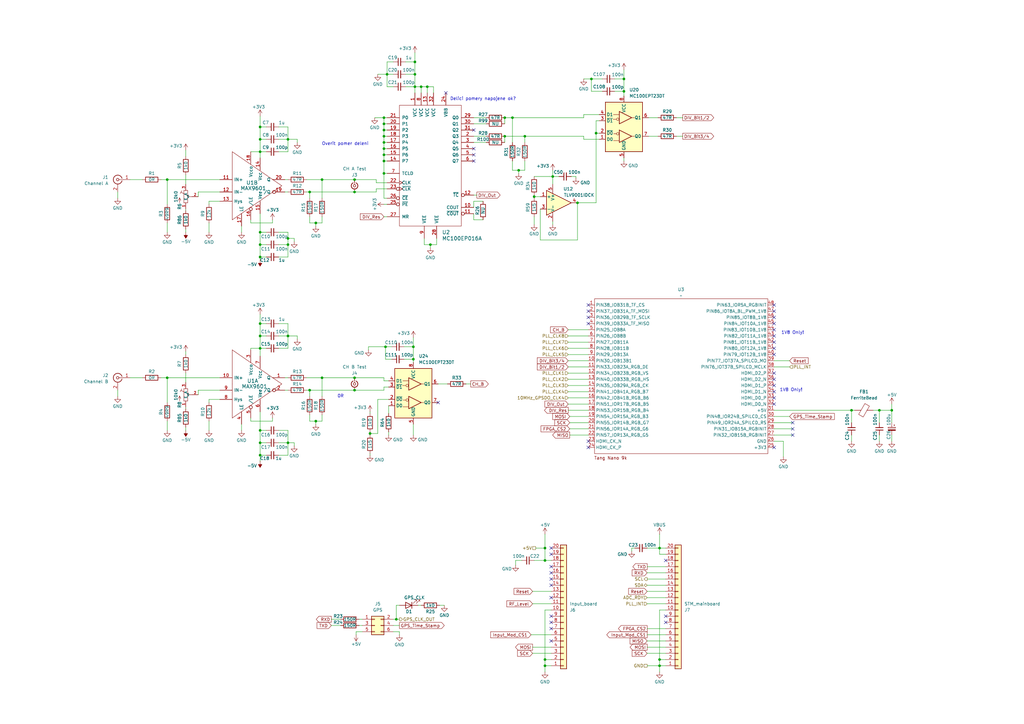
<source format=kicad_sch>
(kicad_sch (version 20231120) (generator "eeschema") (generator_version "8.0")
  (paper "A3")
  (junction (at 106.68 181.61))
  (junction (at 176.53 100.33))
  (junction (at 118.11 100.33))
  (junction (at 157.48 60.96))
  (junction (at 226.695 72.39))
  (junction (at 118.11 137.795))
  (junction (at 157.48 63.5))
  (junction (at 106.68 100.33))
  (junction (at 106.68 137.795))
  (junction (at 157.48 53.34))
  (junction (at 68.58 154.94))
  (junction (at 118.11 97.79))
  (junction (at 270.51 224.79))
  (junction (at 132.08 154.94))
  (junction (at 365.76 168.275))
  (junction (at 106.68 186.69))
  (junction (at 158.75 30.48))
  (junction (at 157.48 58.42))
  (junction (at 255.905 37.465))
  (junction (at 242.57 32.385))
  (junction (at 118.11 57.15))
  (junction (at 157.48 55.88))
  (junction (at 169.545 147.32))
  (junction (at 106.68 142.875))
  (junction (at 127 78.74))
  (junction (at 223.52 273.05))
  (junction (at 106.68 105.41))
  (junction (at 169.545 142.24))
  (junction (at 223.52 270.51))
  (junction (at 270.51 270.51))
  (junction (at 106.68 176.53))
  (junction (at 207.01 55.88))
  (junction (at 106.68 132.715))
  (junction (at 349.25 168.275))
  (junction (at 129.54 91.44))
  (junction (at 162.56 254))
  (junction (at 223.52 224.79))
  (junction (at 170.18 25.4))
  (junction (at 151.765 177.8))
  (junction (at 106.68 95.25))
  (junction (at 145.415 78.74))
  (junction (at 145.415 160.02))
  (junction (at 360.68 168.275))
  (junction (at 118.11 181.61))
  (junction (at 158.115 142.24))
  (junction (at 145.415 73.66))
  (junction (at 207.01 48.26))
  (junction (at 68.58 73.66))
  (junction (at 145.415 154.94))
  (junction (at 219.075 80.645))
  (junction (at 106.68 57.15))
  (junction (at 244.475 54.61))
  (junction (at 127 160.02))
  (junction (at 270.51 273.05))
  (junction (at 170.18 30.48))
  (junction (at 106.68 62.23))
  (junction (at 129.54 172.72))
  (junction (at 132.08 73.66))
  (junction (at 215.265 55.88))
  (junction (at 106.68 52.07))
  (junction (at 157.48 50.8))
  (junction (at 157.48 71.12))
  (junction (at 175.26 35.56))
  (junction (at 223.52 229.87))
  (junction (at 170.18 35.56))
  (junction (at 210.185 48.26))
  (junction (at 236.855 83.185))
  (junction (at 172.72 35.56))
  (junction (at 157.48 66.04))
  (junction (at 157.48 48.26))
  (junction (at 212.725 69.85))
  (junction (at 255.905 32.385))
  (no_connect (at 241.3 130.175))
  (no_connect (at 317.5 153.035))
  (no_connect (at 317.5 163.195))
  (no_connect (at 241.3 125.095))
  (no_connect (at 317.5 140.335))
  (no_connect (at 241.3 132.715))
  (no_connect (at 325.12 178.435))
  (no_connect (at 325.12 173.355))
  (no_connect (at 317.5 125.095))
  (no_connect (at 194.31 60.96))
  (no_connect (at 226.06 232.41))
  (no_connect (at 317.5 183.515))
  (no_connect (at 317.5 132.715))
  (no_connect (at 273.05 255.27))
  (no_connect (at 226.06 237.49))
  (no_connect (at 226.06 245.11))
  (no_connect (at 226.06 234.95))
  (no_connect (at 226.06 255.27))
  (no_connect (at 226.06 240.03))
  (no_connect (at 317.5 155.575))
  (no_connect (at 194.31 53.34))
  (no_connect (at 317.5 135.255))
  (no_connect (at 241.3 127.635))
  (no_connect (at 241.3 180.975))
  (no_connect (at 194.31 63.5))
  (no_connect (at 317.5 127.635))
  (no_connect (at 226.06 257.81))
  (no_connect (at 194.31 66.04))
  (no_connect (at 317.5 130.175))
  (no_connect (at 179.705 165.1))
  (no_connect (at 226.06 224.79))
  (no_connect (at 273.05 252.73))
  (no_connect (at 317.5 165.735))
  (no_connect (at 182.88 38.1))
  (no_connect (at 273.05 229.87))
  (no_connect (at 241.3 183.515))
  (no_connect (at 317.5 137.795))
  (no_connect (at 317.5 145.415))
  (no_connect (at 226.06 262.89))
  (no_connect (at 226.06 227.33))
  (no_connect (at 317.5 142.875))
  (no_connect (at 226.06 252.73))
  (no_connect (at 317.5 160.655))
  (no_connect (at 317.5 158.115))
  (no_connect (at 325.12 175.895))
  (wire (pts (xy 233.045 137.795) (xy 241.3 137.795)))
  (wire (pts (xy 154.94 177.8) (xy 154.94 163.83)))
  (wire (pts (xy 102.87 172.72) (xy 111.76 172.72)))
  (wire (pts (xy 76.2 175.26) (xy 76.2 176.53)))
  (wire (pts (xy 170.18 30.48) (xy 170.18 35.56)))
  (wire (pts (xy 236.22 73.025) (xy 236.22 72.39)))
  (wire (pts (xy 151.765 168.91) (xy 151.765 169.545)))
  (wire (pts (xy 270.51 273.05) (xy 273.05 273.05)))
  (wire (pts (xy 265.43 240.03) (xy 273.05 240.03)))
  (wire (pts (xy 114.3 186.69) (xy 118.11 186.69)))
  (wire (pts (xy 157.48 88.9) (xy 158.75 88.9)))
  (wire (pts (xy 223.52 270.51) (xy 223.52 250.19)))
  (wire (pts (xy 127 172.72) (xy 129.54 172.72)))
  (wire (pts (xy 127 160.02) (xy 127 162.56)))
  (wire (pts (xy 125.73 154.94) (xy 132.08 154.94)))
  (wire (pts (xy 233.045 165.735) (xy 241.3 165.735)))
  (wire (pts (xy 158.115 147.32) (xy 160.655 147.32)))
  (wire (pts (xy 170.18 35.56) (xy 170.18 38.1)))
  (wire (pts (xy 194.31 50.8) (xy 199.39 50.8)))
  (wire (pts (xy 85.725 91.44) (xy 85.725 95.25)))
  (wire (pts (xy 151.13 142.24) (xy 151.13 143.51)))
  (wire (pts (xy 147.32 254) (xy 148.59 254)))
  (wire (pts (xy 157.48 83.82) (xy 158.75 83.82)))
  (wire (pts (xy 270.51 224.79) (xy 273.05 224.79)))
  (wire (pts (xy 215.265 55.88) (xy 239.395 55.88)))
  (wire (pts (xy 217.805 260.35) (xy 226.06 260.35)))
  (wire (pts (xy 173.99 97.79) (xy 173.99 100.33)))
  (wire (pts (xy 118.11 57.15) (xy 121.92 57.15)))
  (wire (pts (xy 233.045 147.955) (xy 241.3 147.955)))
  (wire (pts (xy 177.8 35.56) (xy 177.8 38.1)))
  (wire (pts (xy 118.11 57.15) (xy 118.11 62.23)))
  (wire (pts (xy 132.08 73.66) (xy 145.415 73.66)))
  (wire (pts (xy 169.545 147.32) (xy 169.545 148.59)))
  (wire (pts (xy 270.51 227.33) (xy 270.51 224.79)))
  (wire (pts (xy 218.44 267.97) (xy 226.06 267.97)))
  (wire (pts (xy 239.395 55.88) (xy 239.395 57.15)))
  (wire (pts (xy 76.2 153.035) (xy 76.2 156.845)))
  (wire (pts (xy 154.305 74.93) (xy 154.305 73.66)))
  (wire (pts (xy 212.725 69.85) (xy 215.265 69.85)))
  (wire (pts (xy 158.75 30.48) (xy 158.75 35.56)))
  (wire (pts (xy 111.76 91.44) (xy 111.76 90.17)))
  (wire (pts (xy 207.01 48.26) (xy 210.185 48.26)))
  (wire (pts (xy 145.415 73.66) (xy 154.305 73.66)))
  (wire (pts (xy 106.68 132.715) (xy 106.68 137.795)))
  (wire (pts (xy 255.905 37.465) (xy 255.905 39.37)))
  (wire (pts (xy 157.48 55.88) (xy 157.48 53.34)))
  (wire (pts (xy 223.52 275.59) (xy 223.52 273.05)))
  (wire (pts (xy 157.48 71.12) (xy 157.48 66.04)))
  (wire (pts (xy 229.235 72.39) (xy 226.695 72.39)))
  (wire (pts (xy 255.905 32.385) (xy 255.905 37.465)))
  (wire (pts (xy 170.18 35.56) (xy 172.72 35.56)))
  (wire (pts (xy 277.495 48.26) (xy 280.035 48.26)))
  (wire (pts (xy 365.76 178.435) (xy 365.76 180.975)))
  (wire (pts (xy 118.11 181.61) (xy 114.3 181.61)))
  (wire (pts (xy 270.51 219.075) (xy 270.51 224.79)))
  (wire (pts (xy 270.51 273.05) (xy 270.51 270.51)))
  (wire (pts (xy 317.5 180.975) (xy 321.31 180.975)))
  (wire (pts (xy 169.545 147.32) (xy 165.735 147.32)))
  (wire (pts (xy 135.89 256.54) (xy 139.7 256.54)))
  (wire (pts (xy 265.43 247.65) (xy 273.05 247.65)))
  (wire (pts (xy 106.68 87.63) (xy 106.68 95.25)))
  (wire (pts (xy 85.725 172.72) (xy 85.725 176.53)))
  (wire (pts (xy 90.17 78.74) (xy 81.28 78.74)))
  (wire (pts (xy 244.475 54.61) (xy 244.475 83.185)))
  (wire (pts (xy 317.5 178.435) (xy 325.12 178.435)))
  (wire (pts (xy 358.14 168.275) (xy 360.68 168.275)))
  (wire (pts (xy 81.28 160.02) (xy 81.28 161.925)))
  (wire (pts (xy 109.22 181.61) (xy 106.68 181.61)))
  (wire (pts (xy 118.11 95.25) (xy 118.11 97.79)))
  (wire (pts (xy 102.87 91.44) (xy 111.76 91.44)))
  (wire (pts (xy 154.305 77.47) (xy 158.75 77.47)))
  (wire (pts (xy 169.545 138.43) (xy 169.545 142.24)))
  (wire (pts (xy 68.58 73.66) (xy 90.17 73.66)))
  (wire (pts (xy 223.52 273.05) (xy 226.06 273.05)))
  (wire (pts (xy 207.01 58.42) (xy 207.01 55.88)))
  (wire (pts (xy 118.11 57.15) (xy 114.3 57.15)))
  (wire (pts (xy 157.48 58.42) (xy 157.48 60.96)))
  (wire (pts (xy 321.31 180.975) (xy 321.31 187.325)))
  (wire (pts (xy 239.395 46.99) (xy 245.745 46.99)))
  (wire (pts (xy 259.08 224.79) (xy 259.08 226.06)))
  (wire (pts (xy 114.3 105.41) (xy 118.11 105.41)))
  (wire (pts (xy 236.22 72.39) (xy 234.315 72.39)))
  (wire (pts (xy 127 78.74) (xy 145.415 78.74)))
  (wire (pts (xy 215.265 55.88) (xy 215.265 58.42)))
  (wire (pts (xy 157.48 66.04) (xy 158.75 66.04)))
  (wire (pts (xy 160.655 142.24) (xy 158.115 142.24)))
  (wire (pts (xy 161.29 30.48) (xy 158.75 30.48)))
  (wire (pts (xy 106.68 181.61) (xy 106.68 176.53)))
  (wire (pts (xy 179.07 100.33) (xy 179.07 97.79)))
  (wire (pts (xy 179.705 157.48) (xy 183.515 157.48)))
  (wire (pts (xy 106.68 168.91) (xy 106.68 176.53)))
  (wire (pts (xy 53.34 154.94) (xy 58.42 154.94)))
  (wire (pts (xy 165.735 142.24) (xy 169.545 142.24)))
  (wire (pts (xy 233.045 140.335) (xy 241.3 140.335)))
  (wire (pts (xy 213.995 229.87) (xy 211.455 229.87)))
  (wire (pts (xy 219.075 72.39) (xy 226.695 72.39)))
  (wire (pts (xy 219.075 80.645) (xy 219.075 81.28)))
  (wire (pts (xy 106.68 52.07) (xy 106.68 57.15)))
  (wire (pts (xy 76.2 71.755) (xy 76.2 75.565)))
  (wire (pts (xy 125.73 78.74) (xy 127 78.74)))
  (wire (pts (xy 132.08 172.72) (xy 132.08 170.18)))
  (wire (pts (xy 99.06 92.71) (xy 99.06 95.25)))
  (wire (pts (xy 265.43 232.41) (xy 273.05 232.41)))
  (wire (pts (xy 161.29 259.08) (xy 163.83 259.08)))
  (wire (pts (xy 114.3 62.23) (xy 118.11 62.23)))
  (wire (pts (xy 68.58 154.94) (xy 68.58 165.1)))
  (wire (pts (xy 129.54 172.72) (xy 132.08 172.72)))
  (wire (pts (xy 221.615 80.645) (xy 219.075 80.645)))
  (wire (pts (xy 210.185 66.04) (xy 210.185 69.85)))
  (wire (pts (xy 158.75 30.48) (xy 154.94 30.48)))
  (wire (pts (xy 157.48 53.34) (xy 157.48 50.8)))
  (wire (pts (xy 127 170.18) (xy 127 172.72)))
  (wire (pts (xy 157.48 50.8) (xy 157.48 48.26)))
  (wire (pts (xy 106.68 62.23) (xy 109.22 62.23)))
  (wire (pts (xy 153.67 48.26) (xy 157.48 48.26)))
  (wire (pts (xy 127 160.02) (xy 145.415 160.02)))
  (wire (pts (xy 145.415 78.74) (xy 154.305 78.74)))
  (wire (pts (xy 233.045 150.495) (xy 241.3 150.495)))
  (wire (pts (xy 157.48 48.26) (xy 158.75 48.26)))
  (wire (pts (xy 163.83 248.285) (xy 162.56 248.285)))
  (wire (pts (xy 48.26 78.74) (xy 48.26 81.28)))
  (wire (pts (xy 219.71 224.79) (xy 223.52 224.79)))
  (wire (pts (xy 114.3 52.07) (xy 118.11 52.07)))
  (wire (pts (xy 239.395 57.15) (xy 245.745 57.15)))
  (wire (pts (xy 120.65 97.79) (xy 120.65 99.06)))
  (wire (pts (xy 114.3 95.25) (xy 118.11 95.25)))
  (wire (pts (xy 106.68 137.795) (xy 106.68 142.875)))
  (wire (pts (xy 85.725 82.55) (xy 90.17 82.55)))
  (wire (pts (xy 102.87 142.875) (xy 106.68 142.875)))
  (wire (pts (xy 148.59 259.08) (xy 146.05 259.08)))
  (wire (pts (xy 247.015 32.385) (xy 242.57 32.385)))
  (wire (pts (xy 317.5 168.275) (xy 349.25 168.275)))
  (wire (pts (xy 154.305 78.74) (xy 154.305 77.47)))
  (wire (pts (xy 265.43 242.57) (xy 273.05 242.57)))
  (wire (pts (xy 118.11 176.53) (xy 118.11 181.61)))
  (wire (pts (xy 118.11 105.41) (xy 118.11 100.33)))
  (wire (pts (xy 102.87 62.23) (xy 106.68 62.23)))
  (wire (pts (xy 365.76 168.275) (xy 365.76 173.355)))
  (wire (pts (xy 159.385 166.37) (xy 159.385 169.545)))
  (wire (pts (xy 151.765 177.8) (xy 154.94 177.8)))
  (wire (pts (xy 317.5 147.955) (xy 323.85 147.955)))
  (wire (pts (xy 116.84 78.74) (xy 118.11 78.74)))
  (wire (pts (xy 233.045 158.115) (xy 241.3 158.115)))
  (wire (pts (xy 173.99 100.33) (xy 176.53 100.33)))
  (wire (pts (xy 194.31 85.09) (xy 194.31 82.55)))
  (wire (pts (xy 226.695 69.85) (xy 226.695 72.39)))
  (wire (pts (xy 111.76 172.72) (xy 111.76 171.45)))
  (wire (pts (xy 121.92 57.15) (xy 121.92 58.42)))
  (wire (pts (xy 157.48 50.8) (xy 158.75 50.8)))
  (wire (pts (xy 194.31 55.88) (xy 199.39 55.88)))
  (wire (pts (xy 99.06 173.99) (xy 99.06 176.53)))
  (wire (pts (xy 265.43 262.89) (xy 273.05 262.89)))
  (wire (pts (xy 194.31 82.55) (xy 198.12 82.55)))
  (wire (pts (xy 270.51 270.51) (xy 273.05 270.51)))
  (wire (pts (xy 223.52 250.19) (xy 226.06 250.19)))
  (wire (pts (xy 162.56 254) (xy 163.83 254)))
  (wire (pts (xy 233.045 153.035) (xy 241.3 153.035)))
  (wire (pts (xy 255.905 64.77) (xy 255.905 66.04)))
  (wire (pts (xy 106.68 105.41) (xy 106.68 100.33)))
  (wire (pts (xy 317.5 173.355) (xy 325.12 173.355)))
  (wire (pts (xy 233.045 135.255) (xy 241.3 135.255)))
  (wire (pts (xy 157.48 154.94) (xy 157.48 156.21)))
  (wire (pts (xy 265.43 224.79) (xy 270.51 224.79)))
  (wire (pts (xy 226.695 72.39) (xy 226.695 75.565)))
  (wire (pts (xy 157.48 60.96) (xy 157.48 63.5)))
  (wire (pts (xy 255.905 37.465) (xy 252.095 37.465)))
  (wire (pts (xy 48.26 160.02) (xy 48.26 162.56)))
  (wire (pts (xy 106.68 62.23) (xy 106.68 64.77)))
  (wire (pts (xy 154.94 163.83) (xy 159.385 163.83)))
  (wire (pts (xy 146.05 259.08) (xy 146.05 260.35)))
  (wire (pts (xy 277.495 55.88) (xy 280.035 55.88)))
  (wire (pts (xy 129.54 172.72) (xy 129.54 173.99)))
  (wire (pts (xy 68.58 172.72) (xy 68.58 176.53)))
  (wire (pts (xy 218.44 265.43) (xy 226.06 265.43)))
  (wire (pts (xy 157.48 60.96) (xy 158.75 60.96)))
  (wire (pts (xy 175.26 35.56) (xy 177.8 35.56)))
  (wire (pts (xy 172.72 35.56) (xy 175.26 35.56)))
  (wire (pts (xy 233.045 160.655) (xy 241.3 160.655)))
  (wire (pts (xy 265.43 267.97) (xy 273.05 267.97)))
  (wire (pts (xy 194.31 48.26) (xy 199.39 48.26)))
  (wire (pts (xy 66.04 154.94) (xy 68.58 154.94)))
  (wire (pts (xy 265.43 257.81) (xy 273.05 257.81)))
  (wire (pts (xy 151.765 177.165) (xy 151.765 177.8)))
  (wire (pts (xy 266.065 48.26) (xy 269.875 48.26)))
  (wire (pts (xy 118.11 100.33) (xy 114.3 100.33)))
  (wire (pts (xy 233.045 145.415) (xy 241.3 145.415)))
  (wire (pts (xy 218.44 242.57) (xy 226.06 242.57)))
  (wire (pts (xy 76.2 61.595) (xy 76.2 64.135)))
  (wire (pts (xy 170.18 25.4) (xy 170.18 30.48)))
  (wire (pts (xy 270.51 270.51) (xy 270.51 250.19)))
  (wire (pts (xy 265.43 273.05) (xy 270.51 273.05)))
  (wire (pts (xy 233.68 170.815) (xy 241.3 170.815)))
  (wire (pts (xy 212.725 69.85) (xy 212.725 71.12)))
  (wire (pts (xy 194.31 80.01) (xy 195.58 80.01)))
  (wire (pts (xy 215.265 66.04) (xy 215.265 69.85)))
  (wire (pts (xy 114.3 142.875) (xy 118.11 142.875)))
  (wire (pts (xy 118.11 186.69) (xy 118.11 181.61)))
  (wire (pts (xy 106.68 132.715) (xy 109.22 132.715)))
  (wire (pts (xy 158.115 142.24) (xy 151.13 142.24)))
  (wire (pts (xy 349.25 168.275) (xy 350.52 168.275)))
  (wire (pts (xy 116.84 73.66) (xy 118.11 73.66)))
  (wire (pts (xy 157.48 160.02) (xy 157.48 158.75)))
  (wire (pts (xy 233.045 168.275) (xy 241.3 168.275)))
  (wire (pts (xy 106.68 52.07) (xy 109.22 52.07)))
  (wire (pts (xy 218.44 247.65) (xy 226.06 247.65)))
  (wire (pts (xy 129.54 91.44) (xy 132.08 91.44)))
  (wire (pts (xy 360.68 168.275) (xy 365.76 168.275)))
  (wire (pts (xy 135.89 254) (xy 139.7 254)))
  (wire (pts (xy 76.2 93.98) (xy 76.2 95.25)))
  (wire (pts (xy 219.075 88.9) (xy 219.075 92.075)))
  (wire (pts (xy 132.08 91.44) (xy 132.08 88.9)))
  (wire (pts (xy 157.48 71.12) (xy 158.75 71.12)))
  (wire (pts (xy 158.75 25.4) (xy 158.75 30.48)))
  (wire (pts (xy 68.58 73.66) (xy 68.58 83.82)))
  (wire (pts (xy 114.3 132.715) (xy 118.11 132.715)))
  (wire (pts (xy 221.615 98.425) (xy 236.855 98.425)))
  (wire (pts (xy 159.385 177.165) (xy 159.385 178.435)))
  (wire (pts (xy 317.5 175.895) (xy 325.12 175.895)))
  (wire (pts (xy 176.53 100.33) (xy 179.07 100.33)))
  (wire (pts (xy 76.2 167.005) (xy 76.2 167.64)))
  (wire (pts (xy 191.135 157.48) (xy 193.04 157.48)))
  (wire (pts (xy 129.54 91.44) (xy 129.54 92.71)))
  (wire (pts (xy 157.48 55.88) (xy 158.75 55.88)))
  (wire (pts (xy 106.68 142.875) (xy 106.68 146.05)))
  (wire (pts (xy 106.68 142.875) (xy 109.22 142.875)))
  (wire (pts (xy 242.57 32.385) (xy 239.395 32.385)))
  (wire (pts (xy 349.25 173.355) (xy 349.25 168.275)))
  (wire (pts (xy 157.48 156.21) (xy 159.385 156.21)))
  (wire (pts (xy 266.065 55.88) (xy 269.875 55.88)))
  (wire (pts (xy 102.87 143.51) (xy 102.87 142.875)))
  (wire (pts (xy 207.01 48.26) (xy 207.01 50.8)))
  (wire (pts (xy 157.48 53.34) (xy 158.75 53.34)))
  (wire (pts (xy 273.05 227.33) (xy 270.51 227.33)))
  (wire (pts (xy 265.43 237.49) (xy 273.05 237.49)))
  (wire (pts (xy 194.31 58.42) (xy 199.39 58.42)))
  (wire (pts (xy 233.045 142.875) (xy 241.3 142.875)))
  (wire (pts (xy 244.475 49.53) (xy 244.475 54.61)))
  (wire (pts (xy 90.17 160.02) (xy 81.28 160.02)))
  (wire (pts (xy 166.37 25.4) (xy 170.18 25.4)))
  (wire (pts (xy 317.5 170.815) (xy 323.85 170.815)))
  (wire (pts (xy 158.75 74.93) (xy 154.305 74.93)))
  (wire (pts (xy 118.11 52.07) (xy 118.11 57.15)))
  (wire (pts (xy 118.11 137.795) (xy 118.11 142.875)))
  (wire (pts (xy 85.725 165.1) (xy 85.725 163.83)))
  (wire (pts (xy 161.29 256.54) (xy 163.83 256.54)))
  (wire (pts (xy 118.11 137.795) (xy 121.92 137.795)))
  (wire (pts (xy 151.765 186.055) (xy 151.765 186.69)))
  (wire (pts (xy 121.92 137.795) (xy 121.92 139.065)))
  (wire (pts (xy 194.31 90.17) (xy 198.12 90.17)))
  (wire (pts (xy 151.765 177.8) (xy 151.765 178.435)))
  (wire (pts (xy 106.68 57.15) (xy 106.68 62.23)))
  (wire (pts (xy 158.115 142.24) (xy 158.115 147.32)))
  (wire (pts (xy 157.48 66.04) (xy 157.48 63.5)))
  (wire (pts (xy 175.26 35.56) (xy 175.26 38.1)))
  (wire (pts (xy 157.48 58.42) (xy 157.48 55.88)))
  (wire (pts (xy 171.45 248.285) (xy 172.72 248.285)))
  (wire (pts (xy 252.095 32.385) (xy 255.905 32.385)))
  (wire (pts (xy 127 88.9) (xy 127 91.44)))
  (wire (pts (xy 265.43 234.95) (xy 273.05 234.95)))
  (wire (pts (xy 106.68 105.41) (xy 109.22 105.41)))
  (wire (pts (xy 166.37 30.48) (xy 170.18 30.48)))
  (wire (pts (xy 132.08 154.94) (xy 132.08 162.56)))
  (wire (pts (xy 270.51 275.59) (xy 270.51 273.05)))
  (wire (pts (xy 223.52 270.51) (xy 226.06 270.51)))
  (wire (pts (xy 106.68 189.23) (xy 106.68 186.69)))
  (wire (pts (xy 109.22 137.795) (xy 106.68 137.795)))
  (wire (pts (xy 260.35 224.79) (xy 259.08 224.79)))
  (wire (pts (xy 68.58 154.94) (xy 90.17 154.94)))
  (wire (pts (xy 270.51 250.19) (xy 273.05 250.19)))
  (wire (pts (xy 125.73 73.66) (xy 132.08 73.66)))
  (wire (pts (xy 242.57 32.385) (xy 242.57 37.465)))
  (wire (pts (xy 76.2 144.145) (xy 76.2 145.415)))
  (wire (pts (xy 233.68 175.895) (xy 241.3 175.895)))
  (wire (pts (xy 176.53 100.33) (xy 176.53 101.6)))
  (wire (pts (xy 118.11 137.795) (xy 114.3 137.795)))
  (wire (pts (xy 145.415 160.02) (xy 157.48 160.02)))
  (wire (pts (xy 226.695 90.805) (xy 226.695 92.075)))
  (wire (pts (xy 360.68 178.435) (xy 360.68 180.975)))
  (wire (pts (xy 145.415 154.94) (xy 157.48 154.94)))
  (wire (pts (xy 233.68 178.435) (xy 241.3 178.435)))
  (wire (pts (xy 365.76 165.735) (xy 365.76 168.275)))
  (wire (pts (xy 118.11 181.61) (xy 120.65 181.61)))
  (wire (pts (xy 106.68 95.25) (xy 109.22 95.25)))
  (wire (pts (xy 180.34 248.285) (xy 182.245 248.285)))
  (wire (pts (xy 255.905 28.575) (xy 255.905 32.385)))
  (wire (pts (xy 210.185 69.85) (xy 212.725 69.85)))
  (wire (pts (xy 219.075 229.87) (xy 223.52 229.87)))
  (wire (pts (xy 106.68 128.905) (xy 106.68 132.715)))
  (wire (pts (xy 157.48 58.42) (xy 158.75 58.42)))
  (wire (pts (xy 106.68 186.69) (xy 109.22 186.69)))
  (wire (pts (xy 81.28 78.74) (xy 81.28 80.645)))
  (wire (pts (xy 157.48 158.75) (xy 159.385 158.75)))
  (wire (pts (xy 233.045 163.195) (xy 241.3 163.195)))
  (wire (pts (xy 127 78.74) (xy 127 81.28)))
  (wire (pts (xy 317.5 150.495) (xy 323.85 150.495)))
  (wire (pts (xy 106.68 100.33) (xy 106.68 95.25)))
  (wire (pts (xy 349.25 178.435) (xy 349.25 180.975)))
  (wire (pts (xy 116.84 160.02) (xy 118.11 160.02)))
  (wire (pts (xy 169.545 173.99) (xy 169.545 178.435)))
  (wire (pts (xy 360.68 168.275) (xy 360.68 173.355)))
  (wire (pts (xy 245.745 49.53) (xy 244.475 49.53)))
  (wire (pts (xy 106.68 176.53) (xy 109.22 176.53)))
  (wire (pts (xy 127 91.44) (xy 129.54 91.44)))
  (wire (pts (xy 265.43 245.11) (xy 273.05 245.11)))
  (wire (pts (xy 76.2 85.725) (xy 76.2 86.36)))
  (wire (pts (xy 157.48 63.5) (xy 158.75 63.5)))
  (wire (pts (xy 147.32 256.54) (xy 148.59 256.54)))
  (wire (pts (xy 244.475 54.61) (xy 245.745 54.61)))
  (wire (pts (xy 210.185 48.26) (xy 210.185 58.42)))
  (wire (pts (xy 85.725 83.82) (xy 85.725 82.55)))
  (wire (pts (xy 161.29 25.4) (xy 158.75 25.4)))
  (wire (pts (xy 66.04 73.66) (xy 68.58 73.66)))
  (wire (pts (xy 132.08 73.66) (xy 132.08 81.28)))
  (wire (pts (xy 158.75 35.56) (xy 161.29 35.56)))
  (wire (pts (xy 233.68 173.355) (xy 241.3 173.355)))
  (wire (pts (xy 106.68 186.69) (xy 106.68 181.61)))
  (wire (pts (xy 223.52 219.075) (xy 223.52 224.79)))
  (wire (pts (xy 265.43 260.35) (xy 273.05 260.35)))
  (wire (pts (xy 118.11 132.715) (xy 118.11 137.795)))
  (wire (pts (xy 120.65 181.61) (xy 120.65 182.88)))
  (wire (pts (xy 172.72 35.56) (xy 172.72 38.1)))
  (wire (pts (xy 114.3 176.53) (xy 118.11 176.53)))
  (wire (pts (xy 132.08 154.94) (xy 145.415 154.94)))
  (wire (pts (xy 85.725 163.83) (xy 90.17 163.83)))
  (wire (pts (xy 118.11 97.79) (xy 118.11 100.33)))
  (wire (pts (xy 170.18 35.56) (xy 166.37 35.56)))
  (wire (pts (xy 221.615 85.725) (xy 221.615 98.425)))
  (wire (pts (xy 53.34 73.66) (xy 58.42 73.66)))
  (wire (pts (xy 223.52 229.87) (xy 226.06 229.87)))
  (wire (pts (xy 163.83 259.08) (xy 163.83 260.35)))
  (wire (pts (xy 157.48 71.12) (xy 157.48 81.28)))
  (wire (pts (xy 210.185 48.26) (xy 239.395 48.26)))
  (wire (pts (xy 102.87 171.45) (xy 102.87 172.72)))
  (wire (pts (xy 118.11 97.79) (xy 120.65 97.79)))
  (wire (pts (xy 68.58 91.44) (xy 68.58 95.25)))
  (wire (pts (xy 157.48 81.28) (xy 158.75 81.28)))
  (wire (pts (xy 236.855 98.425) (xy 236.855 83.185)))
  (wire (pts (xy 265.43 265.43) (xy 273.05 265.43)))
  (wire (pts (xy 125.73 160.02) (xy 127 160.02)))
  (wire (pts (xy 242.57 37.465) (xy 247.015 37.465)))
  (wire (pts (xy 219.075 80.645) (xy 219.075 80.01)))
  (wire (pts (xy 207.01 55.88) (xy 215.265 55.88)))
  (wire (pts (xy 161.29 254) (xy 162.56 254)))
  (wire (pts (xy 211.455 229.87) (xy 211.455 231.775)))
  (wire (pts (xy 194.31 87.63) (xy 194.31 90.17)))
  (wire (pts (xy 223.52 224.79) (xy 223.52 229.87)))
  (wire (pts (xy 233.045 155.575) (xy 241.3 155.575)))
  (wire (pts (xy 239.395 48.26) (xy 239.395 46.99)))
  (wire (pts (xy 106.68 106.68) (xy 106.68 105.41)))
  (wire (pts (xy 236.855 83.185) (xy 244.475 83.185)))
  (wire (pts (xy 109.22 57.15) (xy 106.68 57.15)))
  (wire (pts (xy 169.545 142.24) (xy 169.545 147.32)))
  (wire (pts (xy 116.84 154.94) (xy 118.11 154.94)))
  (wire (pts (xy 223.52 273.05) (xy 223.52 270.51)))
  (wire (pts (xy 162.56 248.285) (xy 162.56 254)))
  (wire (pts (xy 106.68 47.625) (xy 106.68 52.07)))
  (wire (pts (xy 109.22 100.33) (xy 106.68 100.33)))
  (wire (pts (xy 170.18 21.59) (xy 170.18 25.4)))
  (wire (pts (xy 102.87 90.17) (xy 102.87 91.44)))
  (text "Overit pomer deleni" (at 141.605 59.055 0) (effects (font (size 1.27 1.27))))
  (text "Delici pomery napojene ok?" (at 198.12 40.64 0) (effects (font (size 1.27 1.27))))
  (text "0R" (at 139.7 162.56 0) (effects (font (size 1.27 1.27))))
  (text "1V8 Only!" (at 325.12 136.525 0) (effects (font (size 1.27 1.27))))
  (text "1V8 Only!" (at 324.485 160.02 0) (effects (font (size 1.27 1.27))))
  (global_label "Reset" (shape input) (at 265.43 242.57 180) (property "Intersheetrefs" "${INTERSHEET_REFS}" (effects (hide yes))))
  (global_label "DIV_Bit1{slash}2" (shape input) (at 233.045 150.495 180) (property "Intersheetrefs" "${INTERSHEET_REFS}" (effects (hide yes))))
  (global_label "DIV_Bit3{slash}4" (shape input) (at 233.045 147.955 180) (property "Intersheetrefs" "${INTERSHEET_REFS}" (effects (hide yes))))
  (global_label "DIV_Bit1{slash}2" (shape output) (at 280.035 48.26 0) (property "Intersheetrefs" "${INTERSHEET_REFS}" (effects (hide yes))))
  (global_label "MOSI" (shape output) (at 265.43 265.43 180) (property "Intersheetrefs" "${INTERSHEET_REFS}" (effects (hide yes))))
  (global_label "RXD" (shape output) (at 135.89 254 180) (property "Intersheetrefs" "${INTERSHEET_REFS}" (effects (hide yes))))
  (global_label "FPGA_CS2" (shape input) (at 233.68 175.895 180) (property "Intersheetrefs" "${INTERSHEET_REFS}" (effects (hide yes))))
  (global_label "DIV_Res" (shape input) (at 157.48 88.9 180) (property "Intersheetrefs" "${INTERSHEET_REFS}" (effects (hide yes))))
  (global_label "DIV_Bit3{slash}4" (shape output) (at 280.035 55.88 0) (property "Intersheetrefs" "${INTERSHEET_REFS}" (effects (hide yes))))
  (global_label "SCK" (shape input) (at 218.44 267.97 180) (property "Intersheetrefs" "${INTERSHEET_REFS}" (effects (hide yes))))
  (global_label "MOSI" (shape output) (at 218.44 265.43 180) (property "Intersheetrefs" "${INTERSHEET_REFS}" (effects (hide yes))))
  (global_label "GPS_Time_Stamp" (shape output) (at 163.83 256.54 0) (property "Intersheetrefs" "${INTERSHEET_REFS}" (effects (hide yes))))
  (global_label "Reset" (shape input) (at 218.44 242.57 180) (property "Intersheetrefs" "${INTERSHEET_REFS}" (effects (hide yes))))
  (global_label "Input_Mod_CS1" (shape output) (at 265.43 260.35 180) (property "Intersheetrefs" "${INTERSHEET_REFS}" (effects (hide yes))))
  (global_label "SCK" (shape input) (at 265.43 267.97 180) (property "Intersheetrefs" "${INTERSHEET_REFS}" (effects (hide yes))))
  (global_label "DIV_Out" (shape output) (at 195.58 80.01 0) (property "Intersheetrefs" "${INTERSHEET_REFS}" (effects (hide yes))))
  (global_label "MISO" (shape output) (at 233.68 178.435 180) (property "Intersheetrefs" "${INTERSHEET_REFS}" (effects (hide yes))))
  (global_label "Input_Mod_CS1" (shape input) (at 217.805 260.35 180) (property "Intersheetrefs" "${INTERSHEET_REFS}" (effects (hide yes))))
  (global_label "CH_B" (shape input) (at 233.045 135.255 180) (property "Intersheetrefs" "${INTERSHEET_REFS}" (effects (hide yes))))
  (global_label "Reset" (shape input) (at 323.85 147.955 0) (property "Intersheetrefs" "${INTERSHEET_REFS}" (effects (hide yes))))
  (global_label "DIV_Res" (shape output) (at 233.045 168.275 180) (property "Intersheetrefs" "${INTERSHEET_REFS}" (effects (hide yes))))
  (global_label "RXD" (shape input) (at 265.43 234.95 180) (property "Intersheetrefs" "${INTERSHEET_REFS}" (effects (hide yes))))
  (global_label "SCK" (shape input) (at 233.68 173.355 180) (property "Intersheetrefs" "${INTERSHEET_REFS}" (effects (hide yes))))
  (global_label "GPS_Time_Stamp" (shape input) (at 323.85 170.815 0) (property "Intersheetrefs" "${INTERSHEET_REFS}" (effects (hide yes))))
  (global_label "TXD" (shape output) (at 265.43 232.41 180) (property "Intersheetrefs" "${INTERSHEET_REFS}" (effects (hide yes))))
  (global_label "RF_Level" (shape input) (at 218.44 247.65 180) (property "Intersheetrefs" "${INTERSHEET_REFS}" (effects (hide yes))))
  (global_label "DIV_Out" (shape input) (at 233.045 165.735 180) (property "Intersheetrefs" "${INTERSHEET_REFS}" (effects (hide yes))))
  (global_label "MISO" (shape input) (at 265.43 262.89 180) (property "Intersheetrefs" "${INTERSHEET_REFS}" (effects (hide yes))))
  (global_label "CH_B" (shape output) (at 193.04 157.48 0) (property "Intersheetrefs" "${INTERSHEET_REFS}" (effects (hide yes))))
  (global_label "TXD" (shape input) (at 135.89 256.54 180) (property "Intersheetrefs" "${INTERSHEET_REFS}" (effects (hide yes))))
  (global_label "MOSI" (shape input) (at 233.68 170.815 180) (property "Intersheetrefs" "${INTERSHEET_REFS}" (effects (hide yes))))
  (global_label "FPGA_CS2" (shape output) (at 265.43 257.81 180) (property "Intersheetrefs" "${INTERSHEET_REFS}" (effects (hide yes))))
  (hierarchical_label "PLL_CLK6" (shape input) (at 233.045 142.875 180))
  (hierarchical_label "GND" (shape passive) (at 265.43 273.05 180))
  (hierarchical_label "+5V" (shape passive) (at 219.71 224.79 180))
  (hierarchical_label "PLL_CLK1" (shape input) (at 233.045 153.035 180))
  (hierarchical_label "PLL_INT" (shape input) (at 265.43 247.65 180))
  (hierarchical_label "PLL_CLK8" (shape input) (at 233.045 137.795 180))
  (hierarchical_label "PLL_CLK7" (shape input) (at 233.045 140.335 180))
  (hierarchical_label "PLL_CLK2" (shape input) (at 233.045 155.575 180))
  (hierarchical_label "SCL" (shape output) (at 265.43 237.49 180))
  (hierarchical_label "PLL_CLK3" (shape input) (at 233.045 158.115 180))
  (hierarchical_label "SDA" (shape bidirectional) (at 265.43 240.03 180))
  (hierarchical_label "GPS_CLK_OUT" (shape output) (at 163.83 254 0))
  (hierarchical_label "PLL_CLK5" (shape input) (at 233.045 145.415 180))
  (hierarchical_label "ADC_RDY" (shape input) (at 265.43 245.11 180))
  (hierarchical_label "PLL_CLK4" (shape input) (at 233.045 160.655 180))
  (hierarchical_label "10MHz_GPSDO_CLK4" (shape input) (at 233.045 163.195 180))
  (hierarchical_label "PLL_INT" (shape input) (at 323.85 150.495 0))
  (symbol (lib_id "Device:R") (at 121.92 154.94 90) (unit 1)
    (property "Reference" "R13" (at 121.92 152.4 90))
    (property "Value" "47R" (at 121.92 154.94 90))
    (property "Footprint" "Resistor_SMD:R_0805_2012Metric" (effects (hide yes)))
    (property "Description" "Resistor" (effects (hide yes)))
    (property "LCSC PN" "C25315" (effects (hide yes)))
    (property "LCSC link" "https://www.lcsc.com/product-detail/Chip-Resistor-Surface-Mount_UNI-ROYAL-Uniroyal-Elec-0805W8J0470T5E_C25315.html?s_z=n_C25315" (effects (hide yes)))
  )
  (symbol (lib_id "jnj_haz:GND") (at 151.13 143.51 0) (unit 1)
    (property "Reference" "#PWR038" (effects (hide yes)))
    (property "Value" "GND" (at 147.32 144.78 0))
  )
  (symbol (lib_id "jnj_haz:+3.3V") (at 170.18 21.59 0) (unit 1)
    (property "Reference" "#PWR036" (effects (hide yes)))
    (property "Value" "+3V3" (at 166.116 19.812 0))
  )
  (symbol (lib_id "Device:C_Small") (at 111.76 186.69 90) (unit 1)
    (property "Reference" "C18" (at 108.585 187.96 90))
    (property "Value" "1u" (at 114.3 187.96 90))
    (property "Footprint" "Capacitor_SMD:C_0805_2012Metric" (effects (hide yes)))
    (property "Description" "Unpolarized capacitor, small symbol" (effects (hide yes)))
    (property "LCSC PN" "C215803" (effects (hide yes)))
    (property "LCSC link" "https://www.lcsc.com/product-detail/Multilayer-Ceramic-Capacitors-MLCC-SMD-SMT_FH-Guangdong-Fenghua-Advanced-Tech-0805B105K500NT_C215803.html" (effects (hide yes)))
  )
  (symbol (lib_id "jnj_haz:GND") (at 85.725 176.53 0) (unit 1)
    (property "Reference" "#PWR010" (effects (hide yes)))
    (property "Value" "GND" (at 85.725 180.594 0))
  )
  (symbol (lib_id "Device:R") (at 203.2 58.42 90) (unit 1)
    (property "Reference" "R100" (at 198.12 57.15 90))
    (property "Value" "NU" (at 203.2 58.42 90))
    (property "Footprint" "Resistor_SMD:R_0805_2012Metric" (effects (hide yes)))
    (property "Description" "Resistor" (effects (hide yes)))
    (property "LCSC PN" "C25315" (effects (hide yes)))
    (property "LCSC link" "https://www.lcsc.com/product-detail/Chip-Resistor-Surface-Mount_UNI-ROYAL-Uniroyal-Elec-0805W8J0470T5E_C25315.html?s_z=n_C25315" (effects (hide yes)))
  )
  (symbol (lib_id "Device:LED") (at 167.64 248.285 180) (unit 1)
    (property "Reference" "D1" (at 166.37 250.825 0) (effects (justify right)))
    (property "Value" "GPS_CLK" (at 165.735 245.11 0) (effects (justify right)))
    (property "Footprint" "LED_SMD:LED_0805_2012Metric" (effects (hide yes)))
    (property "Description" "Light emitting diode" (effects (hide yes)))
    (property "LCSC PN" "C375456" (effects (hide yes)))
    (property "LCSC link" "https://www.lcsc.com/product-detail/LED-Indication-Discrete_EKINGLUX-E6C0805YGAC1UDA_C375456.html" (effects (hide yes)))
  )
  (symbol (lib_id "jnj_haz:+3.3V") (at 76.2 144.145 0) (unit 1)
    (property "Reference" "#PWR07" (effects (hide yes)))
    (property "Value" "+3V3" (at 72.136 142.367 0))
  )
  (symbol (lib_id "jnj_haz:GND") (at 153.67 48.26 0) (unit 1)
    (property "Reference" "#PWR033" (effects (hide yes)))
    (property "Value" "GND" (at 153.67 52.324 0))
  )
  (symbol (lib_id "Device:C_Small") (at 163.83 30.48 90) (unit 1)
    (property "Reference" "C20" (at 161.036 28.702 90))
    (property "Value" "100n" (at 167.64 28.702 90))
    (property "Footprint" "Capacitor_SMD:C_0805_2012Metric" (effects (hide yes)))
    (property "Description" "Unpolarized capacitor, small symbol" (effects (hide yes)))
    (property "LCSC PN" "C38141" (effects (hide yes)))
    (property "LCSC link" "https://www.lcsc.com/product-detail/Multilayer-Ceramic-Capacitors-MLCC-SMD-SMT_FH-Guangdong-Fenghua-Advanced-Tech-0805B104K500NT_C38141.html" (effects (hide yes)))
  )
  (symbol (lib_id "jnj_haz:GND") (at 99.06 95.25 0) (unit 1)
    (property "Reference" "#PWR013" (effects (hide yes)))
    (property "Value" "GND" (at 99.06 99.314 0))
  )
  (symbol (lib_id "Device:R") (at 143.51 254 90) (unit 1)
    (property "Reference" "R23" (at 138.684 252.73 90))
    (property "Value" "150R" (at 143.51 254 90))
    (property "Footprint" "Resistor_SMD:R_0805_2012Metric" (effects (hide yes)))
    (property "Description" "Resistor" (effects (hide yes)))
    (property "LCSC PN" "C17471" (effects (hide yes)))
    (property "LCSC link" "https://www.lcsc.com/product-detail/Chip-Resistor-Surface-Mount_UNI-ROYAL-Uniroyal-Elec-0805W8F1500T5E_C17471.html?s_z=n_C17471" (effects (hide yes)))
  )
  (symbol (lib_id "jnj_haz:+3.3V") (at 226.695 69.85 0) (unit 1)
    (property "Reference" "#PWR098" (effects (hide yes)))
    (property "Value" "+3V3" (at 222.631 68.072 0))
  )
  (symbol (lib_id "jnj_haz:GND") (at 163.83 260.35 0) (mirror y) (unit 1)
    (property "Reference" "#PWR035" (effects (hide yes)))
    (property "Value" "GND" (at 163.83 264.414 0))
  )
  (symbol (lib_id "jnj_haz:GND") (at 255.905 66.04 0) (mirror y) (unit 1)
    (property "Reference" "#PWR0157" (effects (hide yes)))
    (property "Value" "GND" (at 259.715 67.945 0))
  )
  (symbol (lib_id "jnj_haz:GND") (at 270.51 275.59 0) (mirror y) (unit 1)
    (property "Reference" "#PWR047" (effects (hide yes)))
    (property "Value" "GND" (at 270.51 279.654 0))
  )
  (symbol (lib_id "Device:R") (at 121.92 160.02 90) (unit 1)
    (property "Reference" "R14" (at 121.92 157.48 90))
    (property "Value" "47R" (at 121.92 160.02 90))
    (property "Footprint" "Resistor_SMD:R_0805_2012Metric" (effects (hide yes)))
    (property "Description" "Resistor" (effects (hide yes)))
    (property "LCSC PN" "C25315" (effects (hide yes)))
    (property "LCSC link" "https://www.lcsc.com/product-detail/Chip-Resistor-Surface-Mount_UNI-ROYAL-Uniroyal-Elec-0805W8J0470T5E_C25315.html?s_z=n_C25315" (effects (hide yes)))
  )
  (symbol (lib_id "Device:R") (at 62.23 154.94 90) (unit 1)
    (property "Reference" "R2" (at 62.23 152.4 90))
    (property "Value" "0R" (at 62.23 154.94 90))
    (property "Footprint" "Resistor_SMD:R_0805_2012Metric" (effects (hide yes)))
    (property "Description" "Resistor" (effects (hide yes)))
    (property "LCSC PN" "C17477" (effects (hide yes)))
    (property "LCSC link" "https://www.lcsc.com/product-detail/Chip-Resistor-Surface-Mount_UNI-ROYAL-Uniroyal-Elec-0805W8F0000T5E_C17477.html?s_z=n_C17477" (effects (hide yes)))
  )
  (symbol (lib_id "Connector:Conn_Coaxial") (at 48.26 73.66 0) (mirror y) (unit 1)
    (property "Reference" "J1" (at 44.45 72.6831 0) (effects (justify left)))
    (property "Value" "Channel A" (at 44.45 75.2231 0) (effects (justify left)))
    (property "Footprint" "Connector_Coaxial:SMA_Amphenol_132134-11_Vertical" (effects (hide yes)))
    (property "Description" "coaxial connector (BNC, SMA, SMB, SMC, Cinch/RCA, LEMO, ...)" (effects (hide yes)))
    (property "LCSC PN" "C2797251" (effects (hide yes)))
    (property "LCSC link" "https://www.lcsc.com/product-detail/Coaxial-Connectors-RF_Shenzhen-Kinghelm-Elec-KH-SMB-Z_C2797251.html?s_z=n_C2797251" (effects (hide yes)))
  )
  (symbol (lib_id "jnj_haz:GND") (at 176.53 101.6 0) (mirror y) (unit 1)
    (property "Reference" "#PWR037" (effects (hide yes)))
    (property "Value" "GND" (at 176.53 105.664 0))
  )
  (symbol (lib_id "jnj_haz:+5V") (at 146.05 260.35 180) (unit 1)
    (property "Reference" "#PWR029" (effects (hide yes)))
    (property "Value" "+5V" (at 146.05 264.16 0))
  )
  (symbol (lib_id "power:-5V") (at 106.68 189.23 180) (unit 1)
    (property "Reference" "#PWR08" (effects (hide yes)))
    (property "Value" "-5V" (at 103.378 191.008 0))
    (property "Description" "Power symbol creates a global label with name \"-5V\"" (effects (hide yes)))
  )
  (symbol (lib_id "Device:R") (at 219.075 85.09 180) (unit 1)
    (property "Reference" "R59" (at 216.535 85.09 90))
    (property "Value" "1k5" (at 219.075 85.09 90))
    (property "Footprint" "Resistor_SMD:R_0805_2012Metric" (effects (hide yes)))
    (property "Description" "Resistor" (effects (hide yes)))
  )
  (symbol (lib_id "Device:R") (at 121.92 73.66 90) (unit 1)
    (property "Reference" "R11" (at 121.92 71.12 90))
    (property "Value" "47R" (at 121.92 73.66 90))
    (property "Footprint" "Resistor_SMD:R_0805_2012Metric" (effects (hide yes)))
    (property "Description" "Resistor" (effects (hide yes)))
    (property "LCSC PN" "C25315" (effects (hide yes)))
    (property "LCSC link" "https://www.lcsc.com/product-detail/Chip-Resistor-Surface-Mount_UNI-ROYAL-Uniroyal-Elec-0805W8J0470T5E_C25315.html?s_z=n_C25315" (effects (hide yes)))
  )
  (symbol (lib_id "jnj_haz:GND") (at 226.695 92.075 0) (mirror y) (unit 1)
    (property "Reference" "#PWR0105" (effects (hide yes)))
    (property "Value" "GND" (at 226.695 95.885 0))
  )
  (symbol (lib_id "Connector_Generic:Conn_02x03_Odd_Even") (at 153.67 256.54 0) (unit 1)
    (property "Reference" "J5" (at 154.94 247.65 0))
    (property "Value" "GPS" (at 154.94 250.19 0))
    (property "Footprint" "Connector_IDC:IDC-Header_2x03_P2.54mm_Vertical" (effects (hide yes)))
    (property "Description" "Generic connector, double row, 02x03, odd/even pin numbering scheme (row 1 odd numbers, row 2 even numbers), script generated (kicad-library-utils/schlib/autogen/connector/)" (effects (hide yes)))
  )
  (symbol (lib_id "jnj_haz:GND") (at 121.92 58.42 0) (unit 1)
    (property "Reference" "#PWR025" (effects (hide yes)))
    (property "Value" "GND" (at 121.92 62.484 0))
  )
  (symbol (lib_id "Device:R") (at 121.92 78.74 90) (unit 1)
    (property "Reference" "R12" (at 121.92 76.2 90))
    (property "Value" "47R" (at 121.92 78.74 90))
    (property "Footprint" "Resistor_SMD:R_0805_2012Metric" (effects (hide yes)))
    (property "Description" "Resistor" (effects (hide yes)))
    (property "LCSC PN" "C25315" (effects (hide yes)))
    (property "LCSC link" "https://www.lcsc.com/product-detail/Chip-Resistor-Surface-Mount_UNI-ROYAL-Uniroyal-Elec-0805W8J0470T5E_C25315.html?s_z=n_C25315" (effects (hide yes)))
  )
  (symbol (lib_id "Device:R") (at 159.385 173.355 180) (unit 1)
    (property "Reference" "R64" (at 156.845 173.355 90))
    (property "Value" "1k0" (at 159.385 173.355 90))
    (property "Footprint" "Resistor_SMD:R_0805_2012Metric" (effects (hide yes)))
    (property "Description" "Resistor" (effects (hide yes)))
  )
  (symbol (lib_id "jnj_haz:+3.3V") (at 106.68 47.625 0) (unit 1)
    (property "Reference" "#PWR015" (effects (hide yes)))
    (property "Value" "+3V3" (at 106.045 43.815 0))
  )
  (symbol (lib_id "jnj_haz:GND") (at 48.26 81.28 0) (unit 1)
    (property "Reference" "#PWR01" (effects (hide yes)))
    (property "Value" "GND" (at 48.26 85.344 0))
  )
  (symbol (lib_id "jnj_haz:GND") (at 360.68 180.975 0) (mirror y) (unit 1)
    (property "Reference" "#PWR050" (effects (hide yes)))
    (property "Value" "GND" (at 360.68 185.039 0))
  )
  (symbol (lib_id "Device:R") (at 127 85.09 180) (unit 1)
    (property "Reference" "R15" (at 124.46 85.09 90))
    (property "Value" "150R" (at 127 85.09 90))
    (property "Footprint" "Resistor_SMD:R_0805_2012Metric" (effects (hide yes)))
    (property "Description" "Resistor" (effects (hide yes)))
    (property "LCSC PN" "C17471" (effects (hide yes)))
    (property "LCSC link" "https://www.lcsc.com/product-detail/Chip-Resistor-Surface-Mount_UNI-ROYAL-Uniroyal-Elec-0805W8F1500T5E_C17471.html?s_z=n_C17471" (effects (hide yes)))
  )
  (symbol (lib_id "jnj_haz:GND") (at 211.455 231.775 0) (mirror y) (unit 1)
    (property "Reference" "#PWR040" (effects (hide yes)))
    (property "Value" "GND" (at 207.899 233.299 0))
  )
  (symbol (lib_id "jnj_haz:GND") (at 349.25 180.975 0) (mirror y) (unit 1)
    (property "Reference" "#PWR049" (effects (hide yes)))
    (property "Value" "GND" (at 349.25 185.039 0))
  )
  (symbol (lib_id "Device:C_Small") (at 111.76 105.41 90) (unit 1)
    (property "Reference" "C12" (at 108.585 106.68 90))
    (property "Value" "1u" (at 115.57 106.68 90))
    (property "Footprint" "Capacitor_SMD:C_0805_2012Metric" (effects (hide yes)))
    (property "Description" "Unpolarized capacitor, small symbol" (effects (hide yes)))
    (property "LCSC PN" "C215803" (effects (hide yes)))
    (property "LCSC link" "https://www.lcsc.com/product-detail/Multilayer-Ceramic-Capacitors-MLCC-SMD-SMT_FH-Guangdong-Fenghua-Advanced-Tech-0805B105K500NT_C215803.html" (effects (hide yes)))
  )
  (symbol (lib_id "Connector:Conn_Coaxial_Small") (at 145.415 76.2 270) (unit 1)
    (property "Reference" "J3" (at 145.415 71.755 90))
    (property "Value" "CH A Test" (at 145.415 69.215 90))
    (property "Footprint" "Connector_Coaxial:U.FL_Hirose_U.FL-R-SMT-1_Vertical" (effects (hide yes)))
    (property "Description" "small coaxial connector (BNC, SMA, SMB, SMC, Cinch/RCA, LEMO, ...)" (effects (hide yes)))
    (property "LCSC PN" "C411563" (effects (hide yes)))
    (property "LCSC link" "https://www.lcsc.com/product-detail/Coaxial-Connectors-RF_Shenzhen-Kinghelm-Elec-KH-IPEX-K501-29_C411563.html?s_z=n_C411563" (effects (hide yes)))
  )
  (symbol (lib_id "jnj_haz:GND") (at 223.52 275.59 0) (mirror y) (unit 1)
    (property "Reference" "#PWR044" (effects (hide yes)))
    (property "Value" "GND" (at 223.52 279.654 0))
  )
  (symbol (lib_id "Device:C_Small") (at 111.76 57.15 90) (unit 1)
    (property "Reference" "C8" (at 108.966 55.372 90))
    (property "Value" "100n" (at 115.57 55.372 90))
    (property "Footprint" "Capacitor_SMD:C_0805_2012Metric" (effects (hide yes)))
    (property "Description" "Unpolarized capacitor, small symbol" (effects (hide yes)))
    (property "LCSC PN" "C38141" (effects (hide yes)))
    (property "LCSC link" "https://www.lcsc.com/product-detail/Multilayer-Ceramic-Capacitors-MLCC-SMD-SMT_FH-Guangdong-Fenghua-Advanced-Tech-0805B104K500NT_C38141.html" (effects (hide yes)))
  )
  (symbol (lib_id "Connector:Conn_Coaxial_Small") (at 145.415 157.48 270) (unit 1)
    (property "Reference" "J4" (at 145.415 153.035 90))
    (property "Value" "CH B Test" (at 145.415 150.495 90))
    (property "Footprint" "Connector_Coaxial:U.FL_Hirose_U.FL-R-SMT-1_Vertical" (effects (hide yes)))
    (property "Description" "small coaxial connector (BNC, SMA, SMB, SMC, Cinch/RCA, LEMO, ...)" (effects (hide yes)))
    (property "LCSC PN" "C411563" (effects (hide yes)))
    (property "LCSC link" "https://www.lcsc.com/product-detail/Coaxial-Connectors-RF_Shenzhen-Kinghelm-Elec-KH-IPEX-K501-29_C411563.html?s_z=n_C411563" (effects (hide yes)))
  )
  (symbol (lib_id "jnj_haz:GND") (at 219.075 92.075 0) (mirror y) (unit 1)
    (property "Reference" "#PWR0106" (effects (hide yes)))
    (property "Value" "GND" (at 219.075 95.885 0))
  )
  (symbol (lib_id "jnj_haz:GND") (at 120.65 182.88 0) (mirror y) (unit 1)
    (property "Reference" "#PWR024" (effects (hide yes)))
    (property "Value" "GND" (at 120.65 186.944 0))
  )
  (symbol (lib_id "Connector_Generic:Conn_01x20") (at 278.13 250.19 0) (mirror x) (unit 1)
    (property "Reference" "J7" (at 280.67 250.1901 0) (effects (justify left)))
    (property "Value" "STM_mainboard" (at 280.67 247.6501 0) (effects (justify left)))
    (property "Footprint" "Connector_FFC-FPC:TE_2-84952-0_1x20-1MP_P1.0mm_Horizontal" (effects (hide yes)))
    (property "Description" "Generic connector, single row, 01x20, script generated (kicad-library-utils/schlib/autogen/connector/)" (effects (hide yes)))
    (property "LCSC PN" "C2912860" (effects (hide yes)))
    (property "LCSC link" "https://www.lcsc.com/product-detail/FFC-FPC-Flat-Flexible-Connector-Assemblies_JUSHUO-AFA11-S20GLA-00_C2912860.html?s_z=n_C2912860" (effects (hide yes)))
  )
  (symbol (lib_id "jnj_haz:GND") (at 129.54 173.99 0) (mirror y) (unit 1)
    (property "Reference" "#PWR028" (effects (hide yes)))
    (property "Value" "GND" (at 129.54 178.054 0))
  )
  (symbol (lib_id "Device:R") (at 210.185 62.23 180) (unit 1)
    (property "Reference" "R31" (at 207.645 62.23 90))
    (property "Value" "150R" (at 210.185 62.23 90))
    (property "Footprint" "Resistor_SMD:R_0805_2012Metric" (effects (hide yes)))
    (property "Description" "Resistor" (effects (hide yes)))
    (property "LCSC PN" "C17471" (effects (hide yes)))
    (property "LCSC link" "https://www.lcsc.com/product-detail/Chip-Resistor-Surface-Mount_UNI-ROYAL-Uniroyal-Elec-0805W8F1500T5E_C17471.html?s_z=n_C17471" (effects (hide yes)))
  )
  (symbol (lib_id "Device:R") (at 143.51 256.54 90) (unit 1)
    (property "Reference" "R24" (at 138.684 255.27 90))
    (property "Value" "150R" (at 143.51 256.54 90))
    (property "Footprint" "Resistor_SMD:R_0805_2012Metric" (effects (hide yes)))
    (property "Description" "Resistor" (effects (hide yes)))
    (property "LCSC PN" "C17471" (effects (hide yes)))
    (property "LCSC link" "https://www.lcsc.com/product-detail/Chip-Resistor-Surface-Mount_UNI-ROYAL-Uniroyal-Elec-0805W8F1500T5E_C17471.html?s_z=n_C17471" (effects (hide yes)))
  )
  (symbol (lib_id "Device:C_Small") (at 349.25 175.895 180) (unit 1)
    (property "Reference" "C24" (at 347.472 178.689 90))
    (property "Value" "100n" (at 347.472 172.085 90))
    (property "Footprint" "Capacitor_SMD:C_0805_2012Metric" (effects (hide yes)))
    (property "Description" "Unpolarized capacitor, small symbol" (effects (hide yes)))
    (property "LCSC PN" "C38141" (effects (hide yes)))
    (property "LCSC link" "https://www.lcsc.com/product-detail/Multilayer-Ceramic-Capacitors-MLCC-SMD-SMT_FH-Guangdong-Fenghua-Advanced-Tech-0805B104K500NT_C38141.html" (effects (hide yes)))
  )
  (symbol (lib_id "jnj_haz:GND") (at 120.65 99.06 0) (mirror y) (unit 1)
    (property "Reference" "#PWR023" (effects (hide yes)))
    (property "Value" "GND" (at 120.65 103.124 0))
  )
  (symbol (lib_id "Device:R") (at 85.725 87.63 180) (unit 1)
    (property "Reference" "R9" (at 83.185 87.63 90))
    (property "Value" "12k" (at 85.725 87.63 90))
    (property "Footprint" "Resistor_SMD:R_0805_2012Metric" (effects (hide yes)))
    (property "Description" "Resistor" (effects (hide yes)))
    (property "LCSC PN" "C17444" (effects (hide yes)))
    (property "LCSC link" "https://www.lcsc.com/product-detail/Chip-Resistor-Surface-Mount_UNI-ROYAL-Uniroyal-Elec-0805W8F1202T5E_C17444.html?s_z=n_C17444" (effects (hide yes)))
  )
  (symbol (lib_id "jnj_haz:GND") (at 321.31 187.325 0) (mirror y) (unit 1)
    (property "Reference" "#PWR048" (effects (hide yes)))
    (property "Value" "GND" (at 321.31 191.389 0))
  )
  (symbol (lib_id "Device:C_Small") (at 111.76 137.795 90) (unit 1)
    (property "Reference" "C14" (at 108.966 136.017 90))
    (property "Value" "100n" (at 115.57 136.017 90))
    (property "Footprint" "Capacitor_SMD:C_0805_2012Metric" (effects (hide yes)))
    (property "Description" "Unpolarized capacitor, small symbol" (effects (hide yes)))
    (property "LCSC PN" "C38141" (effects (hide yes)))
    (property "LCSC link" "https://www.lcsc.com/product-detail/Multilayer-Ceramic-Capacitors-MLCC-SMD-SMT_FH-Guangdong-Fenghua-Advanced-Tech-0805B104K500NT_C38141.html" (effects (hide yes)))
  )
  (symbol (lib_id "jnj_haz:GND") (at 68.58 95.25 0) (unit 1)
    (property "Reference" "#PWR03" (effects (hide yes)))
    (property "Value" "GND" (at 68.58 99.314 0))
  )
  (symbol (lib_id "jnj_haz:GND") (at 99.06 176.53 0) (unit 1)
    (property "Reference" "#PWR014" (effects (hide yes)))
    (property "Value" "GND" (at 99.06 180.594 0))
  )
  (symbol (lib_id "jnj_haz:+3.3V") (at 76.2 61.595 0) (unit 1)
    (property "Reference" "#PWR05" (effects (hide yes)))
    (property "Value" "+3V3" (at 72.136 59.817 0))
  )
  (symbol (lib_id "jnj_haz:GND") (at 236.22 73.025 0) (mirror y) (unit 1)
    (property "Reference" "#PWR095" (effects (hide yes)))
    (property "Value" "GND" (at 240.03 74.93 0))
  )
  (symbol (lib_id "Device:R") (at 187.325 157.48 90) (unit 1)
    (property "Reference" "R33" (at 187.325 154.94 90))
    (property "Value" "47R" (at 187.325 157.48 90))
    (property "Footprint" "Resistor_SMD:R_0805_2012Metric" (effects (hide yes)))
    (property "Description" "Resistor" (effects (hide yes)))
    (property "LCSC PN" "C25315" (effects (hide yes)))
    (property "LCSC link" "https://www.lcsc.com/product-detail/Chip-Resistor-Surface-Mount_UNI-ROYAL-Uniroyal-Elec-0805W8J0470T5E_C25315.html?s_z=n_C25315" (effects (hide yes)))
  )
  (symbol (lib_id "jnj_haz:+3.3V") (at 151.765 168.91 0) (unit 1)
    (property "Reference" "#PWR0108" (effects (hide yes)))
    (property "Value" "+3V3" (at 147.701 167.132 0))
  )
  (symbol (lib_id "Device:R") (at 76.2 149.225 180) (unit 1)
    (property "Reference" "R7" (at 73.66 149.225 90))
    (property "Value" "1k0" (at 76.2 149.225 90))
    (property "Footprint" "Resistor_SMD:R_0805_2012Metric" (effects (hide yes)))
    (property "Description" "Resistor" (effects (hide yes)))
    (property "LCSC PN" "C17513" (effects (hide yes)))
    (property "LCSC link" "https://www.lcsc.com/product-detail/Chip-Resistor-Surface-Mount_UNI-ROYAL-Uniroyal-Elec-0805W8F1001T5E_C17513.html?s_z=n_C17513" (effects (hide yes)))
  )
  (symbol (lib_id "Device:FerriteBead") (at 354.33 168.275 270) (unit 1)
    (property "Reference" "FB1" (at 354.3808 160.655 90))
    (property "Value" "FerriteBead" (at 354.3808 163.195 90))
    (property "Footprint" "Inductor_SMD:L_0805_2012Metric" (effects (hide yes)))
    (property "Description" "Ferrite bead" (effects (hide yes)))
    (property "LCSC PN" "C81034" (effects (hide yes)))
    (property "LCSC link" "https://www.lcsc.com/product-detail/Ferrite-Beads_TDK-MPZ2012S601ATD25_C81034.html?s_z=n_C81034" (effects (hide yes)))
  )
  (symbol (lib_id "Device:C_Small") (at 111.76 142.875 90) (unit 1)
    (property "Reference" "C15" (at 108.966 141.097 90))
    (property "Value" "100p" (at 115.57 141.097 90))
    (property "Footprint" "Capacitor_SMD:C_0805_2012Metric" (effects (hide yes)))
    (property "Description" "Unpolarized capacitor, small symbol" (effects (hide yes)))
    (property "LCSC PN" "C1790" (effects (hide yes)))
    (property "LCSC link" "https://www.lcsc.com/product-detail/Multilayer-Ceramic-Capacitors-MLCC-SMD-SMT_Samsung-Electro-Mechanics-CL21C101JBANNNC_C1790.html" (effects (hide yes)))
  )
  (symbol (lib_id "Device:R") (at 215.265 62.23 180) (unit 1)
    (property "Reference" "R32" (at 212.725 62.23 90))
    (property "Value" "150R" (at 215.265 62.23 90))
    (property "Footprint" "Resistor_SMD:R_0805_2012Metric" (effects (hide yes)))
    (property "Description" "Resistor" (effects (hide yes)))
    (property "LCSC PN" "C17471" (effects (hide yes)))
    (property "LCSC link" "https://www.lcsc.com/product-detail/Chip-Resistor-Surface-Mount_UNI-ROYAL-Uniroyal-Elec-0805W8F1500T5E_C17471.html?s_z=n_C17471" (effects (hide yes)))
  )
  (symbol (lib_id "Device:C_Polarized_Small") (at 365.76 175.895 0) (mirror y) (unit 1)
    (property "Reference" "C26" (at 364.49 180.34 90) (effects (justify left)))
    (property "Value" "100u" (at 364.49 174.625 90) (effects (justify left)))
    (property "Footprint" "Capacitor_SMD:CP_Elec_6.3x5.4" (effects (hide yes)))
    (property "Description" "Polarized capacitor, small symbol" (effects (hide yes)))
    (property "LCSC PN" "C2918360" (effects (hide yes)))
    (property "LCSC link" "https://www.lcsc.com/product-detail/Aluminum-Electrolytic-Capacitors-SMD_ROQANG-RVT1E101M0605_C2918360.html" (effects (hide yes)))
  )
  (symbol (lib_id "jnj_haz:+3.3V") (at 169.545 138.43 0) (unit 1)
    (property "Reference" "#PWR0156" (effects (hide yes)))
    (property "Value" "+3V3" (at 165.481 136.652 0))
  )
  (symbol (lib_id "jnj_haz:GND") (at 151.765 186.69 0) (mirror y) (unit 1)
    (property "Reference" "#PWR0111" (effects (hide yes)))
    (property "Value" "GND" (at 155.575 188.595 0))
  )
  (symbol (lib_id "Device:R") (at 176.53 248.285 270) (unit 1)
    (property "Reference" "R25" (at 176.53 250.825 90))
    (property "Value" "1k0" (at 176.53 248.285 90))
    (property "Footprint" "Resistor_SMD:R_0805_2012Metric" (effects (hide yes)))
    (property "Description" "Resistor" (effects (hide yes)))
    (property "LCSC PN" "C17513" (effects (hide yes)))
    (property "LCSC link" "https://www.lcsc.com/product-detail/Chip-Resistor-Surface-Mount_UNI-ROYAL-Uniroyal-Elec-0805W8F1001T5E_C17513.html?s_z=n_C17513" (effects (hide yes)))
  )
  (symbol (lib_name "MC100EPT22DT_1") (lib_id "Interface:MC100EPT22DT") (at 255.905 52.07 0) (unit 1)
    (property "Reference" "U20" (at 258.0991 36.83 0) (effects (justify left)))
    (property "Value" "MC100EPT23DT" (at 258.0991 39.37 0) (effects (justify left)))
    (property "Footprint" "Package_SO:TSSOP-8_3x3mm_P0.65mm" (effects (hide yes)))
    (property "Datasheet" "https://www.onsemi.com/pub/Collateral/MC100EPT22-D.PDF" (effects (hide yes)))
    (property "Description" "3.3 V Dual LVTTL/LVCMOS to Differential LVPECL Translator, TSSOP-8" (effects (hide yes)))
  )
  (symbol (lib_id "jnj_haz:+3.3V") (at 111.76 171.45 0) (unit 1)
    (property "Reference" "#PWR022" (effects (hide yes)))
    (property "Value" "+3V3" (at 111.76 167.386 0))
  )
  (symbol (lib_id "Device:C_Small") (at 163.195 147.32 90) (unit 1)
    (property "Reference" "C111" (at 160.401 145.542 90))
    (property "Value" "100p" (at 167.005 145.542 90))
    (property "Footprint" "Capacitor_SMD:C_0805_2012Metric" (effects (hide yes)))
    (property "Description" "Unpolarized capacitor, small symbol" (effects (hide yes)))
    (property "LCSC PN" "C1790" (effects (hide yes)))
    (property "LCSC link" "https://www.lcsc.com/product-detail/Multilayer-Ceramic-Capacitors-MLCC-SMD-SMT_Samsung-Electro-Mechanics-CL21C101JBANNNC_C1790.html" (effects (hide yes)))
  )
  (symbol (lib_id "power:-5V") (at 76.2 176.53 180) (unit 1)
    (property "Reference" "#PWR0141" (effects (hide yes)))
    (property "Value" "-5V" (at 76.2 180.34 0))
    (property "Description" "Power symbol creates a global label with name \"-5V\"" (effects (hide yes)))
  )
  (symbol (lib_id "Device:C_Small") (at 111.76 132.715 90) (unit 1)
    (property "Reference" "C13" (at 108.966 130.937 90))
    (property "Value" "1u" (at 115.57 130.937 90))
    (property "Footprint" "Capacitor_SMD:C_0805_2012Metric" (effects (hide yes)))
    (property "Description" "Unpolarized capacitor, small symbol" (effects (hide yes)))
    (property "LCSC PN" "C215803" (effects (hide yes)))
    (property "LCSC link" "https://www.lcsc.com/product-detail/Multilayer-Ceramic-Capacitors-MLCC-SMD-SMT_FH-Guangdong-Fenghua-Advanced-Tech-0805B105K500NT_C215803.html" (effects (hide yes)))
  )
  (symbol (lib_id "Device:C_Small") (at 111.76 62.23 90) (unit 1)
    (property "Reference" "C9" (at 108.966 60.452 90))
    (property "Value" "100p" (at 115.57 60.452 90))
    (property "Footprint" "Capacitor_SMD:C_0805_2012Metric" (effects (hide yes)))
    (property "Description" "Unpolarized capacitor, small symbol" (effects (hide yes)))
    (property "LCSC PN" "C1790" (effects (hide yes)))
    (property "LCSC link" "https://www.lcsc.com/product-detail/Multilayer-Ceramic-Capacitors-MLCC-SMD-SMT_Samsung-Electro-Mechanics-CL21C101JBANNNC_C1790.html" (effects (hide yes)))
  )
  (symbol (lib_id "Device:C_Small") (at 111.76 100.33 90) (mirror x) (unit 1)
    (property "Reference" "C11" (at 108.966 102.108 90))
    (property "Value" "100n" (at 115.57 102.108 90))
    (property "Footprint" "Capacitor_SMD:C_0805_2012Metric" (effects (hide yes)))
    (property "Description" "Unpolarized capacitor, small symbol" (effects (hide yes)))
    (property "LCSC PN" "C38141" (effects (hide yes)))
    (property "LCSC link" "https://www.lcsc.com/product-detail/Multilayer-Ceramic-Capacitors-MLCC-SMD-SMT_FH-Guangdong-Fenghua-Advanced-Tech-0805B104K500NT_C38141.html" (effects (hide yes)))
  )
  (symbol (lib_id "jnj_haz:+3.3V") (at 157.48 83.82 90) (unit 1)
    (property "Reference" "#PWR034" (effects (hide yes)))
    (property "Value" "+3V3" (at 153.67 83.82 0))
  )
  (symbol (lib_id "jnj_haz:R-TRIMMTSM53YJ") (at 76.2 80.645 0) (unit 1)
    (property "Reference" "R6" (at 73.66 84.709 90))
    (property "Value" "10k0" (at 72.136 80.645 90))
    (property "Footprint" "Potentiometer_SMD:Potentiometer_Bourns_3224W_Vertical" (effects (hide yes)))
    (property "LCSC PN" "C81348" (effects (hide yes)))
    (property "LCSC link" "https://www.lcsc.com/product-detail/Potentiometers-Variable-Resistors_BOURNS-3224W-1-103E_C81348.html" (effects (hide yes)))
  )
  (symbol (lib_id "Device:C_Small") (at 163.195 142.24 90) (unit 1)
    (property "Reference" "C110" (at 160.401 140.462 90))
    (property "Value" "100n" (at 167.005 140.462 90))
    (property "Footprint" "Capacitor_SMD:C_0805_2012Metric" (effects (hide yes)))
    (property "Description" "Unpolarized capacitor, small symbol" (effects (hide yes)))
    (property "LCSC PN" "C38141" (effects (hide yes)))
    (property "LCSC link" "https://www.lcsc.com/product-detail/Multilayer-Ceramic-Capacitors-MLCC-SMD-SMT_FH-Guangdong-Fenghua-Advanced-Tech-0805B104K500NT_C38141.html" (effects (hide yes)))
  )
  (symbol (lib_id "Device:R") (at 85.725 168.91 180) (unit 1)
    (property "Reference" "R10" (at 83.185 168.91 90))
    (property "Value" "12k" (at 85.725 168.91 90))
    (property "Footprint" "Resistor_SMD:R_0805_2012Metric" (effects (hide yes)))
    (property "Description" "Resistor" (effects (hide yes)))
    (property "LCSC PN" "C17444" (effects (hide yes)))
    (property "LCSC link" "https://www.lcsc.com/product-detail/Chip-Resistor-Surface-Mount_UNI-ROYAL-Uniroyal-Elec-0805W8F1202T5E_C17444.html?s_z=n_C17444" (effects (hide yes)))
  )
  (symbol (lib_id "Device:C_Small") (at 163.83 35.56 90) (unit 1)
    (property "Reference" "C21" (at 161.036 33.782 90))
    (property "Value" "100p" (at 167.64 33.782 90))
    (property "Footprint" "Capacitor_SMD:C_0805_2012Metric" (effects (hide yes)))
    (property "Description" "Unpolarized capacitor, small symbol" (effects (hide yes)))
    (property "LCSC PN" "C1790" (effects (hide yes)))
    (property "LCSC link" "https://www.lcsc.com/product-detail/Multilayer-Ceramic-Capacitors-MLCC-SMD-SMT_Samsung-Electro-Mechanics-CL21C101JBANNNC_C1790.html" (effects (hide yes)))
  )
  (symbol (lib_id "Amplifier_Operational:TLV9001IDCK") (at 226.695 83.185 0) (unit 1)
    (property "Reference" "U12" (at 233.045 77.47 0))
    (property "Value" "TLV9001IDCK" (at 237.49 80.01 0))
    (property "Footprint" "Package_TO_SOT_SMD:SOT-23-5" (effects (hide yes)))
    (property "Datasheet" "https://www.ti.com/lit/ds/symlink/tlv9001.pdf" (effects (hide yes)))
    (property "Description" "Low-power, Rail-to-Rail, 1MHz Operational Amplifier, SOT-353" (effects (hide yes)))
  )
  (symbol (lib_id "Device:R") (at 76.2 171.45 180) (unit 1)
    (property "Reference" "R85" (at 73.66 171.45 90))
    (property "Value" "1k0" (at 76.2 171.45 90))
    (property "Footprint" "Resistor_SMD:R_0805_2012Metric" (effects (hide yes)))
    (property "Description" "Resistor" (effects (hide yes)))
    (property "LCSC PN" "C17513" (effects (hide yes)))
    (property "LCSC link" "https://www.lcsc.com/product-detail/Chip-Resistor-Surface-Mount_UNI-ROYAL-Uniroyal-Elec-0805W8F1001T5E_C17513.html?s_z=n_C17513" (effects (hide yes)))
  )
  (symbol (lib_id "Device:C_Small") (at 111.76 181.61 90) (mirror x) (unit 1)
    (property "Reference" "C17" (at 108.966 183.388 90))
    (property "Value" "100n" (at 115.57 183.388 90))
    (property "Footprint" "Capacitor_SMD:C_0805_2012Metric" (effects (hide yes)))
    (property "Description" "Unpolarized capacitor, small symbol" (effects (hide yes)))
    (property "LCSC PN" "C38141" (effects (hide yes)))
    (property "LCSC link" "https://www.lcsc.com/product-detail/Multilayer-Ceramic-Capacitors-MLCC-SMD-SMT_FH-Guangdong-Fenghua-Advanced-Tech-0805B104K500NT_C38141.html" (effects (hide yes)))
  )
  (symbol (lib_id "Device:R") (at 151.765 182.245 180) (unit 1)
    (property "Reference" "R20" (at 149.225 182.245 90))
    (property "Value" "1k5" (at 151.765 182.245 90))
    (property "Footprint" "Resistor_SMD:R_0805_2012Metric" (effects (hide yes)))
    (property "Description" "Resistor" (effects (hide yes)))
  )
  (symbol (lib_id "jnj_haz:GND") (at 48.26 162.56 0) (unit 1)
    (property "Reference" "#PWR02" (effects (hide yes)))
    (property "Value" "GND" (at 48.26 166.624 0))
  )
  (symbol (lib_id "jnj_haz:GND") (at 68.58 176.53 0) (unit 1)
    (property "Reference" "#PWR04" (effects (hide yes)))
    (property "Value" "GND" (at 68.58 180.594 0))
  )
  (symbol (lib_id "Device:R") (at 203.2 55.88 90) (unit 1)
    (property "Reference" "R28" (at 198.12 54.61 90))
    (property "Value" "47R" (at 203.2 55.88 90))
    (property "Footprint" "Resistor_SMD:R_0805_2012Metric" (effects (hide yes)))
    (property "Description" "Resistor" (effects (hide yes)))
    (property "LCSC PN" "C25315" (effects (hide yes)))
    (property "LCSC link" "https://www.lcsc.com/product-detail/Chip-Resistor-Surface-Mount_UNI-ROYAL-Uniroyal-Elec-0805W8J0470T5E_C25315.html?s_z=n_C25315" (effects (hide yes)))
  )
  (symbol (lib_id "jnj_haz:GND") (at 259.08 226.06 0) (mirror y) (unit 1)
    (property "Reference" "#PWR045" (effects (hide yes)))
    (property "Value" "GND" (at 255.27 227.33 0))
  )
  (symbol (lib_id "ok2haz:MAX9601") (at 106.68 76.2 0) (unit 2)
    (property "Reference" "U1" (at 103.378 74.93 0) (effects (font (size 1.524 1.524))))
    (property "Value" "MAX9601" (at 103.886 77.216 0) (effects (font (size 1.524 1.524))))
    (property "Footprint" "Package_SO:TSSOP-20_4.4x6.5mm_P0.65mm" (effects (hide yes)))
    (property "LCSC PN" "700-MAX9601EUP " (effects (hide yes)))
    (property "LCSC link" "https://cz.mouser.com/ProductDetail/Analog-Devices-Maxim-Integrated/MAX9601EUP%2b?qs=1THa7WoU59GwnJLwUbWbGQ%3D%3D" (effects (hide yes)))
  )
  (symbol (lib_id "jnj_haz:R-TRIMMTSM53YJ") (at 76.2 161.925 0) (unit 1)
    (property "Reference" "R8" (at 73.66 165.989 90))
    (property "Value" "10k0" (at 72.136 161.925 90))
    (property "Footprint" "Potentiometer_SMD:Potentiometer_Bourns_3224W_Vertical" (effects (hide yes)))
    (property "LCSC PN" "C81348" (effects (hide yes)))
    (property "LCSC link" "https://www.lcsc.com/product-detail/Potentiometers-Variable-Resistors_BOURNS-3224W-1-103E_C81348.html" (effects (hide yes)))
  )
  (symbol (lib_id "jnj_haz:+3.3V") (at 106.68 128.905 0) (unit 1)
    (property "Reference" "#PWR016" (effects (hide yes)))
    (property "Value" "+3V3" (at 106.045 125.095 0))
  )
  (symbol (lib_id "Device:R") (at 203.2 50.8 90) (unit 1)
    (property "Reference" "R99" (at 198.12 49.53 90))
    (property "Value" "NU" (at 203.2 50.8 90))
    (property "Footprint" "Resistor_SMD:R_0805_2012Metric" (effects (hide yes)))
    (property "Description" "Resistor" (effects (hide yes)))
    (property "LCSC PN" "C25315" (effects (hide yes)))
    (property "LCSC link" "https://www.lcsc.com/product-detail/Chip-Resistor-Surface-Mount_UNI-ROYAL-Uniroyal-Elec-0805W8J0470T5E_C25315.html?s_z=n_C25315" (effects (hide yes)))
  )
  (symbol (lib_id "jnj_haz:+5V") (at 365.76 165.735 0) (unit 1)
    (property "Reference" "#PWR051" (effects (hide yes)))
    (property "Value" "+5V" (at 365.76 161.925 0))
  )
  (symbol (lib_id "Device:R") (at 132.08 85.09 180) (unit 1)
    (property "Reference" "R17" (at 129.54 85.09 90))
    (property "Value" "150R" (at 132.08 85.09 90))
    (property "Footprint" "Resistor_SMD:R_0805_2012Metric" (effects (hide yes)))
    (property "Description" "Resistor" (effects (hide yes)))
    (property "LCSC PN" "C17471" (effects (hide yes)))
    (property "LCSC link" "https://www.lcsc.com/product-detail/Chip-Resistor-Surface-Mount_UNI-ROYAL-Uniroyal-Elec-0805W8F1500T5E_C17471.html?s_z=n_C17471" (effects (hide yes)))
  )
  (symbol (lib_id "Device:R") (at 273.685 55.88 90) (unit 1)
    (property "Reference" "R30" (at 273.685 53.34 90))
    (property "Value" "47R" (at 273.685 55.88 90))
    (property "Footprint" "Resistor_SMD:R_0805_2012Metric" (effects (hide yes)))
    (property "Description" "Resistor" (effects (hide yes)))
    (property "LCSC PN" "C25315" (effects (hide yes)))
    (property "LCSC link" "https://www.lcsc.com/product-detail/Chip-Resistor-Surface-Mount_UNI-ROYAL-Uniroyal-Elec-0805W8J0470T5E_C25315.html?s_z=n_C25315" (effects (hide yes)))
  )
  (symbol (lib_id "Device:C_Small") (at 249.555 37.465 90) (unit 1)
    (property "Reference" "C108" (at 245.745 35.56 90))
    (property "Value" "100p" (at 253.365 35.687 90))
    (property "Footprint" "Capacitor_SMD:C_0805_2012Metric" (effects (hide yes)))
    (property "Description" "Unpolarized capacitor, small symbol" (effects (hide yes)))
    (property "LCSC PN" "C1790" (effects (hide yes)))
    (property "LCSC link" "https://www.lcsc.com/product-detail/Multilayer-Ceramic-Capacitors-MLCC-SMD-SMT_Samsung-Electro-Mechanics-CL21C101JBANNNC_C1790.html" (effects (hide yes)))
  )
  (symbol (lib_id "jnj_haz:+3.3V") (at 255.905 28.575 0) (unit 1)
    (property "Reference" "#PWR031" (effects (hide yes)))
    (property "Value" "+3V3" (at 251.841 26.797 0))
  )
  (symbol (lib_id "jnj_haz:GND") (at 182.245 248.285 0) (mirror y) (unit 1)
    (property "Reference" "#PWR039" (effects (hide yes)))
    (property "Value" "GND" (at 182.245 252.349 0))
  )
  (symbol (lib_id "jnj_haz:GND") (at 365.76 180.975 0) (mirror y) (unit 1)
    (property "Reference" "#PWR052" (effects (hide yes)))
    (property "Value" "GND" (at 365.76 185.039 0))
  )
  (symbol (lib_id "Device:R") (at 219.075 76.2 180) (unit 1)
    (property "Reference" "R34" (at 216.535 76.2 90))
    (property "Value" "1k0" (at 219.075 76.2 90))
    (property "Footprint" "Resistor_SMD:R_0805_2012Metric" (effects (hide yes)))
    (property "Description" "Resistor" (effects (hide yes)))
  )
  (symbol (lib_id "jnj_haz:GND") (at 169.545 178.435 0) (mirror y) (unit 1)
    (property "Reference" "#PWR0158" (effects (hide yes)))
    (property "Value" "GND" (at 173.355 180.34 0))
  )
  (symbol (lib_id "Device:C_Small") (at 111.76 176.53 90) (mirror x) (unit 1)
    (property "Reference" "C16" (at 108.966 178.308 90))
    (property "Value" "100p" (at 115.57 178.308 90))
    (property "Footprint" "Capacitor_SMD:C_0805_2012Metric" (effects (hide yes)))
    (property "Description" "Unpolarized capacitor, small symbol" (effects (hide yes)))
    (property "LCSC PN" "C1790" (effects (hide yes)))
    (property "LCSC link" "https://www.lcsc.com/product-detail/Multilayer-Ceramic-Capacitors-MLCC-SMD-SMT_Samsung-Electro-Mechanics-CL21C101JBANNNC_C1790.html" (effects (hide yes)))
  )
  (symbol (lib_id "jnj_haz:GND") (at 159.385 178.435 0) (mirror y) (unit 1)
    (property "Reference" "#PWR0119" (effects (hide yes)))
    (property "Value" "GND" (at 163.195 180.34 0))
  )
  (symbol (lib_id "Device:R") (at 132.08 166.37 180) (unit 1)
    (property "Reference" "R18" (at 129.54 166.37 90))
    (property "Value" "150R" (at 132.08 166.37 90))
    (property "Footprint" "Resistor_SMD:R_0805_2012Metric" (effects (hide yes)))
    (property "Description" "Resistor" (effects (hide yes)))
    (property "LCSC PN" "C17471" (effects (hide yes)))
    (property "LCSC link" "https://www.lcsc.com/product-detail/Chip-Resistor-Surface-Mount_UNI-ROYAL-Uniroyal-Elec-0805W8F1500T5E_C17471.html?s_z=n_C17471" (effects (hide yes)))
  )
  (symbol (lib_id "Device:C_Small") (at 249.555 32.385 90) (unit 1)
    (property "Reference" "C107" (at 245.745 30.48 90))
    (property "Value" "100n" (at 253.365 30.607 90))
    (property "Footprint" "Capacitor_SMD:C_0805_2012Metric" (effects (hide yes)))
    (property "Description" "Unpolarized capacitor, small symbol" (effects (hide yes)))
    (property "LCSC PN" "C38141" (effects (hide yes)))
    (property "LCSC link" "https://www.lcsc.com/product-detail/Multilayer-Ceramic-Capacitors-MLCC-SMD-SMT_FH-Guangdong-Fenghua-Advanced-Tech-0805B104K500NT_C38141.html" (effects (hide yes)))
  )
  (symbol (lib_id "jnj_haz:GND") (at 239.395 32.385 0) (unit 1)
    (property "Reference" "#PWR011" (effects (hide yes)))
    (property "Value" "GND" (at 239.395 36.449 0))
  )
  (symbol (lib_id "Device:C_Small") (at 111.76 52.07 90) (unit 1)
    (property "Reference" "C7" (at 108.966 50.292 90))
    (property "Value" "1u" (at 115.57 50.292 90))
    (property "Footprint" "Capacitor_SMD:C_0805_2012Metric" (effects (hide yes)))
    (property "Description" "Unpolarized capacitor, small symbol" (effects (hide yes)))
    (property "LCSC PN" "C215803" (effects (hide yes)))
    (property "LCSC link" "https://www.lcsc.com/product-detail/Multilayer-Ceramic-Capacitors-MLCC-SMD-SMT_FH-Guangdong-Fenghua-Advanced-Tech-0805B105K500NT_C215803.html" (effects (hide yes)))
  )
  (symbol (lib_id "Device:C_Small") (at 360.68 175.895 180) (unit 1)
    (property "Reference" "C25" (at 358.902 178.689 90))
    (property "Value" "100n" (at 358.902 172.085 90))
    (property "Footprint" "Capacitor_SMD:C_0805_2012Metric" (effects (hide yes)))
    (property "Description" "Unpolarized capacitor, small symbol" (effects (hide yes)))
    (property "LCSC PN" "C38141" (effects (hide yes)))
    (property "LCSC link" "https://www.lcsc.com/product-detail/Multilayer-Ceramic-Capacitors-MLCC-SMD-SMT_FH-Guangdong-Fenghua-Advanced-Tech-0805B104K500NT_C38141.html" (effects (hide yes)))
  )
  (symbol (lib_id "jnj_haz:GND") (at 121.92 139.065 0) (unit 1)
    (property "Reference" "#PWR026" (effects (hide yes)))
    (property "Value" "GND" (at 121.92 143.129 0))
  )
  (symbol (lib_id "Device:C_Small") (at 231.775 72.39 90) (unit 1)
    (property "Reference" "C50" (at 228.981 70.612 90))
    (property "Value" "100n" (at 235.585 70.612 90))
    (property "Footprint" "Capacitor_SMD:C_0805_2012Metric" (effects (hide yes)))
    (property "Description" "Unpolarized capacitor, small symbol" (effects (hide yes)))
    (property "LCSC PN" "C38141" (effects (hide yes)))
    (property "LCSC link" "https://www.lcsc.com/product-detail/Multilayer-Ceramic-Capacitors-MLCC-SMD-SMT_FH-Guangdong-Fenghua-Advanced-Tech-0805B104K500NT_C38141.html" (effects (hide yes)))
  )
  (symbol (lib_id "Device:R") (at 68.58 87.63 180) (unit 1)
    (property "Reference" "R3" (at 66.04 87.63 90))
    (property "Value" "49R9" (at 68.58 87.63 90))
    (property "Footprint" "Resistor_SMD:R_0805_2012Metric" (effects (hide yes)))
    (property "Description" "Resistor" (effects (hide yes)))
    (property "LCSC PN" "C17720" (effects (hide yes)))
    (property "LCSC link" "https://www.lcsc.com/product-detail/Chip-Resistor-Surface-Mount_UNI-ROYAL-Uniroyal-Elec-0805W8F499JT5E_C17720.html?s_z=n_C17720" (effects (hide yes)))
  )
  (symbol (lib_id "power:-5V") (at 76.2 95.25 180) (unit 1)
    (property "Reference" "#PWR06" (effects (hide yes)))
    (property "Value" "-5V" (at 76.2 99.06 0))
    (property "Description" "Power symbol creates a global label with name \"-5V\"" (effects (hide yes)))
  )
  (symbol (lib_id "power:VBUS") (at 270.51 219.075 0) (unit 1)
    (property "Reference" "#PWR046" (effects (hide yes)))
    (property "Value" "VBUS" (at 270.51 215.265 0))
    (property "Description" "Power symbol creates a global label with name \"VBUS\"" (effects (hide yes)))
  )
  (symbol (lib_id "Device:C_Small") (at 216.535 229.87 270) (mirror x) (unit 1)
    (property "Reference" "C22" (at 219.329 228.092 90))
    (property "Value" "100n" (at 212.725 228.092 90))
    (property "Footprint" "Capacitor_SMD:C_0805_2012Metric" (effects (hide yes)))
    (property "Description" "Unpolarized capacitor, small symbol" (effects (hide yes)))
    (property "LCSC PN" "C38141" (effects (hide yes)))
    (property "LCSC link" "https://www.lcsc.com/product-detail/Multilayer-Ceramic-Capacitors-MLCC-SMD-SMT_FH-Guangdong-Fenghua-Advanced-Tech-0805B104K500NT_C38141.html" (effects (hide yes)))
  )
  (symbol (lib_id "ok2haz:MAX9601") (at 106.68 157.48 0) (unit 1)
    (property "Reference" "U1" (at 103.632 156.21 0) (effects (font (size 1.524 1.524))))
    (property "Value" "MAX9601" (at 104.394 158.496 0) (effects (font (size 1.524 1.524))))
    (property "Footprint" "Package_SO:TSSOP-20_4.4x6.5mm_P0.65mm" (effects (hide yes)))
    (property "LCSC PN" "700-MAX9601EUP " (effects (hide yes)))
    (property "LCSC link" "https://cz.mouser.com/ProductDetail/Analog-Devices-Maxim-Integrated/MAX9601EUP%2b?qs=1THa7WoU59GwnJLwUbWbGQ%3D%3D" (effects (hide yes)))
  )
  (symbol (lib_id "Device:R") (at 198.12 86.36 180) (unit 1)
    (property "Reference" "R26" (at 195.834 86.36 90))
    (property "Value" "NU" (at 198.12 86.36 90))
    (property "Footprint" "Resistor_SMD:R_0805_2012Metric" (effects (hide yes)))
    (property "Description" "Resistor" (effects (hide yes)))
  )
  (symbol (lib_id "Device:R") (at 203.2 48.26 90) (unit 1)
    (property "Reference" "R27" (at 198.12 46.99 90))
    (property "Value" "47R" (at 203.2 48.26 90))
    (property "Footprint" "Resistor_SMD:R_0805_2012Metric" (effects (hide yes)))
    (property "Description" "Resistor" (effects (hide yes)))
    (property "LCSC PN" "C25315" (effects (hide yes)))
    (property "LCSC link" "https://www.lcsc.com/product-detail/Chip-Resistor-Surface-Mount_UNI-ROYAL-Uniroyal-Elec-0805W8J0470T5E_C25315.html?s_z=n_C25315" (effects (hide yes)))
  )
  (symbol (lib_id "Device:R") (at 68.58 168.91 180) (unit 1)
    (property "Reference" "R4" (at 66.04 168.91 90))
    (property "Value" "49R9" (at 68.58 168.91 90))
    (property "Footprint" "Resistor_SMD:R_0805_2012Metric" (effects (hide yes)))
    (property "Description" "Resistor" (effects (hide yes)))
    (property "LCSC PN" "C17720" (effects (hide yes)))
    (property "LCSC link" "https://www.lcsc.com/product-detail/Chip-Resistor-Surface-Mount_UNI-ROYAL-Uniroyal-Elec-0805W8F499JT5E_C17720.html?s_z=n_C17720" (effects (hide yes)))
  )
  (symbol (lib_name "MC100EPT22DT_1") (lib_id "Interface:MC100EPT22DT") (at 169.545 161.29 0) (unit 1)
    (property "Reference" "U24" (at 171.7391 146.05 0) (effects (justify left)))
    (property "Value" "MC100EPT23DT" (at 171.7391 148.59 0) (effects (justify left)))
    (property "Footprint" "Package_SO:TSSOP-8_3x3mm_P0.65mm" (effects (hide yes)))
    (property "Datasheet" "https://www.onsemi.com/pub/Collateral/MC100EPT22-D.PDF" (effects (hide yes)))
    (property "Description" "3.3 V Dual LVTTL/LVCMOS to Differential LVPECL Translator, TSSOP-8" (effects (hide yes)))
  )
  (symbol (lib_id "power:-5V") (at 106.68 106.68 180) (unit 1)
    (property "Reference" "#PWR018" (effects (hide yes)))
    (property "Value" "-5V" (at 103.378 108.458 0))
    (property "Description" "Power symbol creates a global label with name \"-5V\"" (effects (hide yes)))
  )
  (symbol (lib_id "Device:R") (at 76.2 90.17 180) (unit 1)
    (property "Reference" "R86" (at 73.66 90.17 90))
    (property "Value" "1k0" (at 76.2 90.17 90))
    (property "Footprint" "Resistor_SMD:R_0805_2012Metric" (effects (hide yes)))
    (property "Description" "Resistor" (effects (hide yes)))
    (property "LCSC PN" "C17513" (effects (hide yes)))
    (property "LCSC link" "https://www.lcsc.com/product-detail/Chip-Resistor-Surface-Mount_UNI-ROYAL-Uniroyal-Elec-0805W8F1001T5E_C17513.html?s_z=n_C17513" (effects (hide yes)))
  )
  (symbol (lib_id "jnj_haz:GND") (at 85.725 95.25 0) (unit 1)
    (property "Reference" "#PWR09" (effects (hide yes)))
    (property "Value" "GND" (at 85.725 99.314 0))
  )
  (symbol (lib_id "Device:R") (at 151.765 173.355 180) (unit 1)
    (property "Reference" "R19" (at 149.225 173.355 90))
    (property "Value" "1k0" (at 151.765 173.355 90))
    (property "Footprint" "Resistor_SMD:R_0805_2012Metric" (effects (hide yes)))
    (property "Description" "Resistor" (effects (hide yes)))
  )
  (symbol (lib_id "Device:R") (at 76.2 67.945 180) (unit 1)
    (property "Reference" "R5" (at 73.66 67.945 90))
    (property "Value" "1k0" (at 76.2 67.945 90))
    (property "Footprint" "Resistor_SMD:R_0805_2012Metric" (effects (hide yes)))
    (property "Description" "Resistor" (effects (hide yes)))
    (property "LCSC PN" "C17513" (effects (hide yes)))
    (property "LCSC link" "https://www.lcsc.com/product-detail/Chip-Resistor-Surface-Mount_UNI-ROYAL-Uniroyal-Elec-0805W8F1001T5E_C17513.html?s_z=n_C17513" (effects (hide yes)))
  )
  (symbol (lib_id "Device:R") (at 62.23 73.66 90) (unit 1)
    (property "Reference" "R1" (at 62.23 71.12 90))
    (property "Value" "0R" (at 62.23 73.66 90))
    (property "Footprint" "Resistor_SMD:R_0805_2012Metric" (effects (hide yes)))
    (property "Description" "Resistor" (effects (hide yes)))
    (property "LCSC PN" "C17477" (effects (hide yes)))
    (property "LCSC link" "https://www.lcsc.com/product-detail/Chip-Resistor-Surface-Mount_UNI-ROYAL-Uniroyal-Elec-0805W8F0000T5E_C17477.html?s_z=n_C17477" (effects (hide yes)))
  )
  (symbol (lib_id "Device:C_Small") (at 262.89 224.79 90) (unit 1)
    (property "Reference" "C23" (at 259.715 223.52 90))
    (property "Value" "100n" (at 266.7 223.52 90))
    (property "Footprint" "Capacitor_SMD:C_0805_2012Metric" (effects (hide yes)))
    (property "Description" "Unpolarized capacitor, small symbol" (effects (hide yes)))
    (property "LCSC PN" "C38141" (effects (hide yes)))
    (property "LCSC link" "https://www.lcsc.com/product-detail/Multilayer-Ceramic-Capacitors-MLCC-SMD-SMT_FH-Guangdong-Fenghua-Advanced-Tech-0805B104K500NT_C38141.html" (effects (hide yes)))
  )
  (symbol (lib_id "jnj_haz:GND") (at 212.725 71.12 0) (mirror y) (unit 1)
    (property "Reference" "#PWR041" (effects (hide yes)))
    (property "Value" "GND" (at 212.725 75.184 0))
  )
  (symbol (lib_id "Connector:Conn_Coaxial") (at 48.26 154.94 0) (mirror y) (unit 1)
    (property "Reference" "J2" (at 44.45 153.9631 0) (effects (justify left)))
    (property "Value" "Channel B" (at 44.45 156.5031 0) (effects (justify left)))
    (property "Footprint" "Connector_Coaxial:SMA_Amphenol_132134-11_Vertical" (effects (hide yes)))
    (property "Description" "coaxial connector (BNC, SMA, SMB, SMC, Cinch/RCA, LEMO, ...)" (effects (hide yes)))
    (property "LCSC PN" "C2797251" (effects (hide yes)))
    (property "LCSC link" "https://www.lcsc.com/product-detail/Coaxial-Connectors-RF_Shenzhen-Kinghelm-Elec-KH-SMB-Z_C2797251.html?s_z=n_C2797251" (effects (hide yes)))
  )
  (symbol (lib_id "jnj_haz:+3.3V") (at 111.76 90.17 0) (unit 1)
    (property "Reference" "#PWR021" (effects (hide yes)))
    (property "Value" "+3V3" (at 111.76 86.106 0))
  )
  (symbol (lib_id "Counter_FPGA:Tang_nano_9k") (at 279.4 154.305 0) (unit 1)
    (property "Reference" "U3" (at 279.3052 118.745 0))
    (property "Value" "~" (at 279.3052 121.285 0))
    (property "Footprint" "!Kicad_lib:DIP-48_TangNano9K" (effects (hide yes)))
  )
  (symbol (lib_id "jnj_haz:GND") (at 154.94 30.48 0) (unit 1)
    (property "Reference" "#PWR030" (effects (hide yes)))
    (property "Value" "GND" (at 154.94 34.544 0))
  )
  (symbol (lib_id "Device:R") (at 273.685 48.26 90) (unit 1)
    (property "Reference" "R29" (at 273.685 45.72 90))
    (property "Value" "47R" (at 273.685 48.26 90))
    (property "Footprint" "Resistor_SMD:R_0805_2012Metric" (effects (hide yes)))
    (property "Description" "Resistor" (effects (hide yes)))
    (property "LCSC PN" "C25315" (effects (hide yes)))
    (property "LCSC link" "https://www.lcsc.com/product-detail/Chip-Resistor-Surface-Mount_UNI-ROYAL-Uniroyal-Elec-0805W8J0470T5E_C25315.html?s_z=n_C25315" (effects (hide yes)))
  )
  (symbol (lib_id "Counter_main-cache:MC100EP016A-RESCUE-Counter") (at 176.53 69.85 0) (unit 1)
    (property "Reference" "U2" (at 181.2641 95.25 0) (effects (font (size 1.524 1.524)) (justify left)))
    (property "Value" "MC100EP016A" (at 181.2641 97.79 0) (effects (font (size 1.524 1.524)) (justify left)))
    (property "Footprint" "Package_QFP:LQFP-32_7x7mm_P0.8mm" (effects (hide yes)))
    (property "LCSC link" "Ebay" (effects (hide yes)))
  )
  (symbol (lib_id "Connector_Generic:Conn_01x20") (at 231.14 250.19 0) (mirror x) (unit 1)
    (property "Reference" "J6" (at 233.68 250.1901 0) (effects (justify left)))
    (property "Value" "Input_board" (at 233.68 247.6501 0) (effects (justify left)))
    (property "Footprint" "Connector_FFC-FPC:TE_2-84952-0_1x20-1MP_P1.0mm_Horizontal" (effects (hide yes)))
    (property "Description" "Generic connector, single row, 01x20, script generated (kicad-library-utils/schlib/autogen/connector/)" (effects (hide yes)))
    (property "LCSC PN" "C2912860" (effects (hide yes)))
    (property "LCSC link" "https://www.lcsc.com/product-detail/FFC-FPC-Flat-Flexible-Connector-Assemblies_JUSHUO-AFA11-S20GLA-00_C2912860.html?s_z=n_C2912860" (effects (hide yes)))
  )
  (symbol (lib_id "jnj_haz:+5V") (at 223.52 219.075 0) (unit 1)
    (property "Reference" "#PWR043" (effects (hide yes)))
    (property "Value" "+5V" (at 223.52 215.265 0))
  )
  (symbol (lib_id "Device:C_Small") (at 163.83 25.4 90) (unit 1)
    (property "Reference" "C19" (at 161.036 23.622 90))
    (property "Value" "1u" (at 167.64 23.622 90))
    (property "Footprint" "Capacitor_SMD:C_0805_2012Metric" (effects (hide yes)))
    (property "Description" "Unpolarized capacitor, small symbol" (effects (hide yes)))
    (property "LCSC PN" "C215803" (effects (hide yes)))
    (property "LCSC link" "https://www.lcsc.com/product-detail/Multilayer-Ceramic-Capacitors-MLCC-SMD-SMT_FH-Guangdong-Fenghua-Advanced-Tech-0805B105K500NT_C215803.html" (effects (hide yes)))
  )
  (symbol (lib_id "Device:R") (at 127 166.37 180) (unit 1)
    (property "Reference" "R16" (at 124.46 166.37 90))
    (property "Value" "150R" (at 127 166.37 90))
    (property "Footprint" "Resistor_SMD:R_0805_2012Metric" (effects (hide yes)))
    (property "Description" "Resistor" (effects (hide yes)))
    (property "LCSC PN" "C17471" (effects (hide yes)))
    (property "LCSC link" "https://www.lcsc.com/product-detail/Chip-Resistor-Surface-Mount_UNI-ROYAL-Uniroyal-Elec-0805W8F1500T5E_C17471.html?s_z=n_C17471" (effects (hide yes)))
  )
  (symbol (lib_id "Device:C_Small") (at 111.76 95.25 90) (mirror x) (unit 1)
    (property "Reference" "C10" (at 108.966 97.028 90))
    (property "Value" "100p" (at 115.57 97.028 90))
    (property "Footprint" "Capacitor_SMD:C_0805_2012Metric" (effects (hide yes)))
    (property "Description" "Unpolarized capacitor, small symbol" (effects (hide yes)))
    (property "LCSC PN" "C1790" (effects (hide yes)))
    (property "LCSC link" "https://www.lcsc.com/product-detail/Multilayer-Ceramic-Capacitors-MLCC-SMD-SMT_Samsung-Electro-Mechanics-CL21C101JBANNNC_C1790.html" (effects (hide yes)))
  )
  (symbol (lib_id "jnj_haz:GND") (at 129.54 92.71 0) (mirror y) (unit 1)
    (property "Reference" "#PWR027" (effects (hide yes)))
    (property "Value" "GND" (at 129.54 96.774 0))
  )
)
</source>
